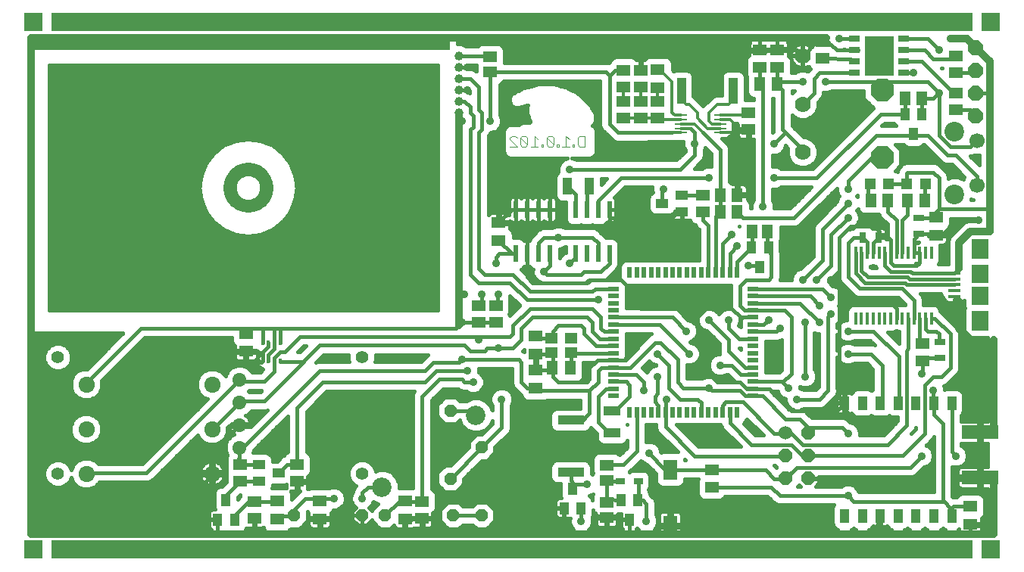
<source format=gbl>
G75*
G70*
%OFA0B0*%
%FSLAX24Y24*%
%IPPOS*%
%LPD*%
%AMOC8*
5,1,8,0,0,1.08239X$1,22.5*
%
%ADD10R,4.0551X0.0787*%
%ADD11C,0.0040*%
%ADD12R,0.0079X0.0039*%
%ADD13R,0.0039X0.0039*%
%ADD14R,0.0118X0.0039*%
%ADD15R,0.0236X0.0039*%
%ADD16R,0.0157X0.0039*%
%ADD17R,0.0512X0.0039*%
%ADD18R,0.0197X0.0039*%
%ADD19R,0.0315X0.0039*%
%ADD20R,0.0354X0.0039*%
%ADD21R,0.0276X0.0039*%
%ADD22R,0.0394X0.0039*%
%ADD23R,0.0472X0.0039*%
%ADD24R,0.0433X0.0039*%
%ADD25R,0.0551X0.0039*%
%ADD26R,0.0591X0.0039*%
%ADD27R,0.1417X0.0039*%
%ADD28R,0.1457X0.0039*%
%ADD29R,0.1496X0.0039*%
%ADD30R,0.0669X0.0039*%
%ADD31R,0.0709X0.0039*%
%ADD32R,0.0827X0.0039*%
%ADD33R,0.1732X0.0039*%
%ADD34R,0.1535X0.0039*%
%ADD35R,0.1260X0.0039*%
%ADD36R,0.0945X0.0039*%
%ADD37R,1.8500X0.0500*%
%ADD38R,0.1600X0.0600*%
%ADD39R,0.0512X0.0630*%
%ADD40R,0.0630X0.0512*%
%ADD41R,0.0470X0.0220*%
%ADD42R,0.0220X0.0470*%
%ADD43R,0.0591X0.0512*%
%ADD44R,0.0472X0.0315*%
%ADD45R,0.0315X0.0472*%
%ADD46R,0.0137X0.0550*%
%ADD47R,0.0551X0.0157*%
%ADD48R,0.0748X0.0787*%
%ADD49R,0.0748X0.0866*%
%ADD50R,0.0472X0.0472*%
%ADD51OC8,0.0660*%
%ADD52R,0.0512X0.0591*%
%ADD53R,0.0630X0.0906*%
%ADD54OC8,0.0520*%
%ADD55R,0.0394X0.0551*%
%ADD56R,0.0394X0.0315*%
%ADD57R,0.0551X0.0394*%
%ADD58R,0.0394X0.0591*%
%ADD59C,0.0860*%
%ADD60C,0.0630*%
%ADD61C,0.0540*%
%ADD62R,0.0138X0.0197*%
%ADD63R,0.0512X0.0276*%
%ADD64R,0.1250X0.1750*%
%ADD65C,0.0866*%
%ADD66C,0.0669*%
%ADD67OC8,0.1000*%
%ADD68R,0.0550X0.0110*%
%ADD69C,0.0397*%
%ADD70C,0.0600*%
%ADD71OC8,0.0600*%
%ADD72R,0.0220X0.0780*%
%ADD73R,0.0748X0.0433*%
%ADD74R,0.0551X0.0472*%
%ADD75R,0.0394X0.1181*%
%ADD76R,0.1181X0.0394*%
%ADD77R,0.0210X0.0780*%
%ADD78R,0.0433X0.0748*%
%ADD79C,0.0700*%
%ADD80C,0.0357*%
%ADD81C,0.0180*%
%ADD82C,0.0160*%
%ADD83C,0.0320*%
%ADD84C,0.0120*%
%ADD85R,0.0787X0.0787*%
%ADD86C,0.0560*%
D10*
X022037Y001319D03*
X022037Y024547D03*
D11*
X022027Y019530D02*
X022181Y019530D01*
X022258Y019453D01*
X022411Y019453D02*
X022718Y019147D01*
X022641Y019070D01*
X022488Y019070D01*
X022411Y019147D01*
X022411Y019453D01*
X022488Y019530D01*
X022641Y019530D01*
X022718Y019453D01*
X022718Y019147D01*
X022871Y019070D02*
X023178Y019070D01*
X023025Y019070D02*
X023025Y019530D01*
X023178Y019377D01*
X023332Y019147D02*
X023332Y019070D01*
X023409Y019070D01*
X023409Y019147D01*
X023332Y019147D01*
X023562Y019147D02*
X023639Y019070D01*
X023792Y019070D01*
X023869Y019147D01*
X023562Y019453D01*
X023562Y019147D01*
X023562Y019453D02*
X023639Y019530D01*
X023792Y019530D01*
X023869Y019453D01*
X023869Y019147D01*
X024022Y019147D02*
X024022Y019070D01*
X024099Y019070D01*
X024099Y019147D01*
X024022Y019147D01*
X024253Y019070D02*
X024560Y019070D01*
X024713Y019070D02*
X024790Y019070D01*
X024790Y019147D01*
X024713Y019147D01*
X024713Y019070D01*
X024943Y019147D02*
X024943Y019453D01*
X025020Y019530D01*
X025250Y019530D01*
X025250Y019070D01*
X025020Y019070D01*
X024943Y019147D01*
X024560Y019377D02*
X024406Y019530D01*
X024406Y019070D01*
X022258Y019070D02*
X021951Y019377D01*
X021951Y019453D01*
X022027Y019530D01*
X021951Y019070D02*
X022258Y019070D01*
D12*
X022608Y019783D03*
X022805Y019783D03*
X022805Y019665D03*
X023553Y019665D03*
X023553Y019783D03*
X024222Y019862D03*
X024222Y019665D03*
X024655Y019705D03*
X024655Y019744D03*
X024655Y019862D03*
X024892Y019665D03*
X024498Y020689D03*
X024498Y020728D03*
X024498Y020768D03*
X024459Y020807D03*
X024419Y020846D03*
X024380Y020886D03*
X024262Y020965D03*
X024183Y021004D03*
X023317Y021201D03*
X023277Y021161D03*
X023238Y021122D03*
X023199Y021083D03*
X023199Y021043D03*
X023159Y021004D03*
X023159Y020965D03*
X023120Y020925D03*
X023120Y020886D03*
X023081Y020807D03*
X023081Y020768D03*
X023081Y020728D03*
X023081Y020689D03*
X022372Y021161D03*
D13*
X022274Y021122D03*
X023100Y020846D03*
X024518Y019941D03*
X024439Y019862D03*
X024478Y019823D03*
X024478Y019783D03*
X024400Y019783D03*
X024400Y019823D03*
X024360Y019705D03*
X024360Y019665D03*
X024242Y019705D03*
X024242Y019744D03*
X024242Y019783D03*
X024242Y019823D03*
X024163Y019823D03*
X024124Y019783D03*
X024124Y019744D03*
X024163Y019705D03*
X023966Y019705D03*
X023966Y019744D03*
X023966Y019783D03*
X023927Y019823D03*
X023927Y019862D03*
X023888Y019783D03*
X023888Y019744D03*
X023888Y019705D03*
X023848Y019665D03*
X023809Y019705D03*
X023809Y019744D03*
X023809Y019783D03*
X023770Y019823D03*
X023770Y019862D03*
X023730Y019783D03*
X023730Y019744D03*
X023730Y019705D03*
X023730Y019665D03*
X023612Y019705D03*
X023612Y019744D03*
X023494Y019744D03*
X023494Y019705D03*
X023376Y019705D03*
X023376Y019744D03*
X023376Y019665D03*
X023258Y019665D03*
X023258Y019705D03*
X023258Y019744D03*
X023179Y019744D03*
X023179Y019705D03*
X023179Y019665D03*
X023179Y019783D03*
X023179Y019862D03*
X023022Y019862D03*
X023022Y019823D03*
X023022Y019744D03*
X023022Y019705D03*
X023022Y019665D03*
X022864Y019705D03*
X022864Y019744D03*
X022746Y019744D03*
X022746Y019705D03*
X022628Y019705D03*
X022628Y019744D03*
X022628Y019665D03*
X023966Y019665D03*
X024518Y019665D03*
X024518Y019705D03*
X024596Y019665D03*
X024675Y019665D03*
X024675Y019783D03*
X024675Y019823D03*
X024596Y019823D03*
X024596Y019783D03*
X024833Y019783D03*
X024833Y019744D03*
X024833Y019705D03*
X024951Y019705D03*
X024951Y019744D03*
X024951Y019783D03*
D14*
X024439Y019744D03*
X024203Y020098D03*
X023455Y020059D03*
X023337Y019783D03*
X023022Y019783D03*
X024124Y021043D03*
X024321Y020925D03*
D15*
X023789Y020886D03*
X023789Y020846D03*
X024222Y020177D03*
X023789Y019941D03*
X024892Y020098D03*
D16*
X024616Y019980D03*
X024144Y020059D03*
X023396Y020098D03*
X022569Y021240D03*
X022451Y021201D03*
D17*
X023376Y020413D03*
X023376Y020374D03*
X023809Y019980D03*
X024793Y020846D03*
X024833Y020807D03*
X024872Y020768D03*
X024911Y020728D03*
X024951Y020689D03*
X024990Y020650D03*
X025069Y020531D03*
X025108Y020453D03*
X024754Y020886D03*
X024715Y020925D03*
D18*
X024203Y020138D03*
X024045Y020020D03*
X023533Y020020D03*
X023376Y020138D03*
X024715Y020020D03*
X024793Y020059D03*
D19*
X024970Y020138D03*
X024222Y020216D03*
X023789Y020807D03*
X023789Y020965D03*
X023356Y020216D03*
D20*
X023376Y020256D03*
X023809Y020768D03*
X025029Y020177D03*
X025108Y020216D03*
D21*
X023809Y020925D03*
X023612Y021201D03*
X023455Y021240D03*
X022707Y021279D03*
X023376Y020177D03*
D22*
X023789Y020728D03*
X023789Y021004D03*
X023711Y021161D03*
X024222Y020295D03*
X024222Y020256D03*
X025167Y020256D03*
D23*
X025167Y020295D03*
X025167Y020335D03*
X025167Y020374D03*
X025128Y020413D03*
X025089Y020492D03*
X025049Y020571D03*
X025010Y020610D03*
X024222Y020374D03*
X024222Y020335D03*
X023356Y020335D03*
D24*
X023376Y020295D03*
X023809Y020689D03*
X023809Y021043D03*
X023770Y021122D03*
D25*
X023829Y021083D03*
X023553Y021476D03*
X024616Y021004D03*
X024655Y020965D03*
X024222Y020453D03*
X024222Y020413D03*
D26*
X024557Y021043D03*
X024518Y021083D03*
X024439Y021122D03*
X023376Y020453D03*
D27*
X023789Y020492D03*
D28*
X023809Y020531D03*
D29*
X023789Y020571D03*
X023789Y020610D03*
X023789Y020650D03*
D30*
X024281Y021201D03*
X024360Y021161D03*
D31*
X024183Y021240D03*
D32*
X024045Y021279D03*
D33*
X023514Y021319D03*
D34*
X023533Y021358D03*
D35*
X023553Y021398D03*
D36*
X023553Y021437D03*
D37*
X010081Y023566D03*
D38*
X042632Y006476D03*
X042632Y004476D03*
D39*
X024599Y009316D03*
X023812Y009316D03*
D40*
X023081Y009210D03*
X023081Y009922D03*
X023081Y010710D03*
X023081Y008422D03*
X017331Y003460D03*
X017331Y002672D03*
X013581Y002672D03*
X013581Y003460D03*
X011706Y003460D03*
X011706Y002672D03*
X010331Y010047D03*
X010331Y010835D03*
X021456Y014922D03*
X021456Y015710D03*
X028456Y021672D03*
X028456Y022460D03*
X033706Y022547D03*
X033706Y023335D03*
X040706Y015960D03*
X040706Y015172D03*
X042206Y003210D03*
X042206Y002422D03*
D41*
X032652Y008079D03*
X032652Y008394D03*
X032652Y008709D03*
X032652Y009024D03*
X032652Y009339D03*
X032652Y009653D03*
X032652Y009968D03*
X032652Y010283D03*
X032652Y010598D03*
X032652Y010913D03*
X032652Y011228D03*
X032652Y011543D03*
X032652Y011858D03*
X032652Y012173D03*
X032652Y012488D03*
X032652Y012803D03*
X026510Y012803D03*
X026510Y012488D03*
X026510Y012173D03*
X026510Y011858D03*
X026510Y011543D03*
X026510Y011228D03*
X026510Y010913D03*
X026510Y010598D03*
X026510Y010283D03*
X026510Y009968D03*
X026510Y009653D03*
X026510Y009339D03*
X026510Y009024D03*
X026510Y008709D03*
X026510Y008394D03*
X026510Y008079D03*
D42*
X027218Y007370D03*
X027533Y007370D03*
X027848Y007370D03*
X028163Y007370D03*
X028478Y007370D03*
X028793Y007370D03*
X029108Y007370D03*
X029423Y007370D03*
X029738Y007370D03*
X030053Y007370D03*
X030368Y007370D03*
X030683Y007370D03*
X030998Y007370D03*
X031313Y007370D03*
X031628Y007370D03*
X031943Y007370D03*
X031943Y013512D03*
X031628Y013512D03*
X031313Y013512D03*
X030998Y013512D03*
X030683Y013512D03*
X030368Y013512D03*
X030053Y013512D03*
X029738Y013512D03*
X029423Y013512D03*
X029108Y013512D03*
X028793Y013512D03*
X028478Y013512D03*
X028163Y013512D03*
X027848Y013512D03*
X027533Y013512D03*
X027218Y013512D03*
D43*
X030456Y016192D03*
X030456Y016940D03*
X032456Y019817D03*
X032456Y020565D03*
X032956Y022567D03*
X032956Y023315D03*
X035706Y022942D03*
X035706Y023690D03*
X041581Y023065D03*
X041581Y022317D03*
X041581Y021440D03*
X041581Y020692D03*
X028456Y021065D03*
X027706Y021065D03*
X026956Y021065D03*
X026956Y021692D03*
X027706Y021692D03*
X027706Y022440D03*
X026956Y022440D03*
X026956Y020317D03*
X027706Y020317D03*
X028456Y020317D03*
X021081Y022356D03*
X021081Y023026D03*
X021331Y012065D03*
X020581Y012065D03*
X020581Y011317D03*
X021331Y011317D03*
X012581Y005065D03*
X012581Y004317D03*
X010706Y003440D03*
X010706Y002692D03*
X010081Y004317D03*
X010081Y005065D03*
X018081Y003440D03*
X018081Y002692D03*
X026206Y002731D03*
X026206Y003401D03*
X026206Y004356D03*
X026206Y005026D03*
X030831Y004815D03*
X030831Y004067D03*
X040116Y009641D03*
X040116Y010389D03*
D44*
X040882Y010456D03*
X040882Y009747D03*
X039956Y015212D03*
X039956Y015920D03*
D45*
X038185Y015066D03*
X037476Y015066D03*
D46*
X037423Y014380D03*
X037167Y014380D03*
X037679Y014380D03*
X037935Y014380D03*
X038191Y014380D03*
X038447Y014380D03*
X038703Y014380D03*
X038959Y014380D03*
X039215Y014380D03*
X039470Y014380D03*
X039726Y014380D03*
X039982Y014380D03*
X040238Y014380D03*
X040494Y014380D03*
X040494Y011502D03*
X040238Y011502D03*
X039982Y011502D03*
X039726Y011502D03*
X039470Y011502D03*
X039215Y011502D03*
X038959Y011502D03*
X038703Y011502D03*
X038447Y011502D03*
X038191Y011502D03*
X037935Y011502D03*
X037679Y011502D03*
X037423Y011502D03*
X037167Y011502D03*
D47*
X041510Y012465D03*
X041510Y012720D03*
X041510Y012976D03*
X041510Y013232D03*
X041510Y013488D03*
D48*
X042632Y013468D03*
X042632Y012484D03*
D49*
X042632Y011402D03*
X042632Y014551D03*
D50*
X040244Y017441D03*
X039417Y017441D03*
X038619Y017441D03*
X037792Y017441D03*
D51*
X042456Y020441D03*
X042456Y021441D03*
X042456Y022441D03*
X042456Y023441D03*
D52*
X040080Y021191D03*
X039332Y021191D03*
X033705Y021816D03*
X032957Y021816D03*
X031955Y016941D03*
X031207Y016941D03*
X031207Y016191D03*
X031955Y016191D03*
X032621Y015316D03*
X033290Y015316D03*
X037832Y016691D03*
X038580Y016691D03*
X039457Y016691D03*
X040205Y016691D03*
D53*
X029007Y004841D03*
X029007Y002361D03*
D54*
X020706Y002816D03*
X019456Y002816D03*
X019331Y004441D03*
X020706Y005816D03*
X019331Y007441D03*
X016456Y002816D03*
X015456Y002816D03*
X012456Y002816D03*
D55*
X009830Y002633D03*
X009082Y002633D03*
X009456Y003499D03*
X024332Y003133D03*
X025080Y003133D03*
X024706Y003999D03*
X026832Y003499D03*
X027580Y003499D03*
X027206Y002633D03*
X032956Y013758D03*
X033330Y014624D03*
X032582Y014624D03*
X039706Y019633D03*
X040080Y020499D03*
X039332Y020499D03*
D56*
X027599Y004316D03*
X026812Y004316D03*
D57*
X011764Y004691D03*
X010898Y005065D03*
X010898Y004317D03*
X029514Y016192D03*
X028648Y016566D03*
X029514Y016940D03*
D58*
X036672Y007765D03*
X037460Y007765D03*
X038247Y007765D03*
X039034Y007765D03*
X039822Y007765D03*
X040609Y007765D03*
X041397Y007765D03*
X041397Y002804D03*
X040609Y002804D03*
X039822Y002804D03*
X039034Y002804D03*
X038247Y002804D03*
X037460Y002804D03*
X036672Y002804D03*
D59*
X020452Y007227D03*
X016318Y004074D03*
D60*
X008803Y004629D02*
X008803Y004699D01*
X008873Y004699D01*
X008873Y004629D01*
X008803Y004629D01*
X008804Y006597D02*
X008804Y006667D01*
X008874Y006667D01*
X008874Y006597D01*
X008804Y006597D01*
X008804Y008565D02*
X008804Y008635D01*
X008874Y008635D01*
X008874Y008565D01*
X008804Y008565D01*
X003261Y008567D02*
X003261Y008637D01*
X003331Y008637D01*
X003331Y008567D01*
X003261Y008567D01*
X003259Y006664D02*
X003259Y006594D01*
X003259Y006664D02*
X003329Y006664D01*
X003329Y006594D01*
X003259Y006594D01*
X003264Y004698D02*
X003264Y004628D01*
X003264Y004698D02*
X003334Y004698D01*
X003334Y004628D01*
X003264Y004628D01*
D61*
X010023Y005773D02*
X010083Y005773D01*
X010023Y005773D02*
X010023Y005833D01*
X010083Y005833D01*
X010083Y005773D01*
X010083Y006773D02*
X010023Y006773D01*
X010023Y006833D01*
X010083Y006833D01*
X010083Y006773D01*
X010083Y007773D02*
X010023Y007773D01*
X010023Y007833D01*
X010083Y007833D01*
X010083Y007773D01*
X010083Y008773D02*
X010023Y008773D01*
X010023Y008833D01*
X010083Y008833D01*
X010083Y008773D01*
D62*
X011068Y009615D03*
X011324Y009615D03*
X011580Y009615D03*
X011836Y009615D03*
X011836Y010422D03*
X011580Y010422D03*
X011324Y010422D03*
X011068Y010422D03*
D63*
X037123Y022316D03*
X037123Y022816D03*
X037123Y023316D03*
X037123Y023816D03*
X039288Y023816D03*
X039288Y023316D03*
X039288Y022816D03*
X039288Y022316D03*
D64*
X038206Y023066D03*
D65*
X041523Y019729D03*
X041523Y016973D03*
D66*
X042507Y017367D03*
X042507Y019336D03*
D67*
X038331Y018586D03*
X038331Y021546D03*
D68*
X031191Y020456D03*
X031191Y020266D03*
X031191Y020066D03*
X031191Y019866D03*
X031191Y019676D03*
X029471Y019676D03*
X029471Y019866D03*
X029471Y020066D03*
X029471Y020266D03*
X029471Y020456D03*
D69*
X019706Y020566D03*
X019706Y021066D03*
X019706Y021566D03*
X019706Y022066D03*
X019706Y022566D03*
X019706Y023066D03*
D70*
X034064Y006450D03*
D71*
X035064Y006450D03*
X035064Y005450D03*
X034064Y005450D03*
X034064Y004450D03*
X035064Y004450D03*
D72*
X023706Y014346D03*
X023206Y014346D03*
X022706Y014346D03*
X022206Y014346D03*
X022206Y016286D03*
X022706Y016286D03*
X023206Y016286D03*
X023706Y016286D03*
D73*
X026456Y007413D03*
X026456Y006468D03*
D74*
X024639Y010001D03*
X023773Y010001D03*
X023773Y010631D03*
X024639Y010631D03*
D75*
X029494Y021522D03*
X031777Y021522D03*
D76*
X024625Y007013D03*
X024625Y004729D03*
D77*
X024831Y014346D03*
X025331Y014346D03*
X025831Y014346D03*
X026331Y014346D03*
X026331Y016286D03*
X025831Y016286D03*
X025331Y016286D03*
X024831Y016286D03*
D78*
X024483Y017316D03*
X025428Y017316D03*
D79*
X034831Y018816D03*
X034831Y020941D03*
X034831Y023066D03*
D80*
X034831Y021941D03*
X035831Y021941D03*
X036456Y023816D03*
X039706Y022316D03*
X040831Y021441D03*
X040831Y023316D03*
X041331Y023816D03*
X033581Y019191D03*
X031831Y019676D03*
X031831Y019691D03*
X030081Y019191D03*
X030706Y017691D03*
X028706Y017191D03*
X031706Y015191D03*
X031956Y014691D03*
X032456Y013816D03*
X034831Y013191D03*
X035456Y013191D03*
X036081Y013191D03*
X036081Y012441D03*
X035581Y012066D03*
X036081Y011691D03*
X035581Y011316D03*
X034956Y011316D03*
X033831Y011066D03*
X033331Y011441D03*
X031581Y011441D03*
X030706Y011441D03*
X029706Y010941D03*
X030581Y010441D03*
X029831Y009941D03*
X028456Y009941D03*
X027581Y010441D03*
X028456Y008941D03*
X027831Y008316D03*
X028831Y007941D03*
X030706Y008441D03*
X031206Y009441D03*
X034206Y008441D03*
X034581Y007941D03*
X034956Y008941D03*
X036831Y009941D03*
X037206Y010441D03*
X036831Y010941D03*
X040081Y009066D03*
X040581Y008316D03*
X042581Y010441D03*
X038206Y006441D03*
X036831Y006441D03*
X038206Y004441D03*
X036831Y003691D03*
X038206Y002357D03*
X040081Y005441D03*
X041581Y005441D03*
X028081Y005566D03*
X025331Y004191D03*
X023831Y002941D03*
X025081Y002566D03*
X027956Y002566D03*
X021581Y007941D03*
X020331Y008691D03*
X020081Y009191D03*
X019831Y009691D03*
X021456Y010191D03*
X020581Y010566D03*
X019831Y011316D03*
X019956Y012566D03*
X020706Y012566D03*
X021456Y012565D03*
X023456Y013566D03*
X024581Y013941D03*
X024081Y015066D03*
X021331Y013941D03*
X025831Y012316D03*
X033081Y016441D03*
X033581Y017691D03*
X036831Y017191D03*
X036831Y016566D03*
X036831Y015941D03*
X042581Y015816D03*
X031831Y023441D03*
X024581Y018066D03*
X021081Y020191D03*
X019831Y020191D03*
X020081Y021566D03*
X020081Y022566D03*
X020081Y023566D03*
X015456Y003566D03*
X014206Y003566D03*
D81*
X013687Y003566D01*
X013581Y003460D01*
X013474Y003566D01*
X012956Y003566D01*
X012456Y003066D01*
X012456Y002816D01*
X012420Y002780D01*
X011830Y002780D01*
X011706Y002672D01*
X011686Y003440D02*
X010706Y003440D01*
X010705Y003441D01*
X010456Y003441D01*
X009830Y002815D01*
X009830Y002633D01*
X009082Y002633D02*
X009082Y002028D01*
X009133Y001977D01*
X009382Y001976D01*
X008456Y001976D02*
X008456Y004191D01*
X008886Y004621D01*
X008886Y004684D01*
X008838Y004664D01*
X008882Y004680D01*
X008886Y004684D02*
X008912Y004684D01*
X008912Y004710D02*
X008912Y005662D01*
X010053Y006803D01*
X010053Y007803D02*
X008882Y006632D01*
X008839Y006632D01*
X010053Y005803D02*
X010132Y005882D01*
X010272Y005882D01*
X013581Y009191D01*
X018206Y009191D01*
X018581Y009566D01*
X019706Y009566D01*
X019831Y009691D01*
X022331Y009691D01*
X022456Y009566D01*
X022456Y008691D01*
X022724Y008422D01*
X023081Y008422D01*
X023187Y008316D01*
X025456Y008316D01*
X025456Y007316D01*
X025081Y006941D01*
X024697Y006941D01*
X024625Y007013D01*
X025831Y006941D02*
X026206Y006566D01*
X026358Y006566D01*
X026456Y006468D01*
X025831Y006941D02*
X025831Y008066D01*
X026158Y008394D01*
X026510Y008394D01*
X026510Y008709D02*
X027063Y008709D01*
X027206Y008566D01*
X027206Y008066D01*
X026581Y007441D01*
X026483Y007441D01*
X026456Y007413D01*
X027533Y007370D02*
X027533Y005644D01*
X026956Y005066D01*
X026246Y005066D01*
X026206Y005026D01*
X026172Y005101D01*
X026132Y005101D02*
X026206Y005026D01*
X026132Y004976D01*
X026257Y005101D01*
X026206Y004356D02*
X026246Y004316D01*
X026812Y004316D01*
X026206Y004356D02*
X026206Y003401D01*
X026230Y003534D01*
X026832Y003499D01*
X027580Y003499D02*
X027599Y003519D01*
X027599Y004316D01*
X028757Y004851D02*
X029007Y004851D01*
X029007Y004841D01*
X030804Y004841D01*
X030831Y004815D01*
X033207Y004815D01*
X033581Y004441D01*
X034055Y004441D01*
X034064Y004450D01*
X034090Y004450D01*
X034581Y004941D01*
X039581Y004941D01*
X040081Y005441D01*
X039229Y005450D02*
X040220Y006441D01*
X039423Y006806D02*
X038581Y005941D01*
X034831Y005941D01*
X034331Y006441D01*
X034073Y006441D01*
X034064Y006450D01*
X034073Y006441D02*
X033581Y006441D01*
X032206Y007816D01*
X031456Y007816D01*
X031313Y007673D01*
X031313Y007370D01*
X031628Y007370D02*
X031628Y006894D01*
X032581Y005941D01*
X034331Y005941D01*
X034831Y005441D01*
X035055Y005441D01*
X035064Y005450D01*
X039229Y005450D01*
X038206Y006441D02*
X037706Y006441D01*
X036527Y007620D01*
X036672Y007765D02*
X036456Y007981D01*
X036456Y010441D01*
X037206Y010441D01*
X036456Y010441D02*
X036456Y012316D01*
X036456Y013191D01*
X036456Y015066D01*
X036081Y015191D02*
X036831Y015941D01*
X036831Y016566D02*
X035706Y015441D01*
X035706Y014066D01*
X034831Y013191D01*
X035456Y013191D02*
X036081Y013816D01*
X036081Y015191D01*
X034456Y015941D02*
X032206Y015941D01*
X031956Y016191D01*
X031955Y016191D01*
X031207Y016191D02*
X031207Y016941D01*
X031207Y018940D01*
X030456Y019691D01*
X030081Y019691D02*
X030081Y019191D01*
X030081Y018691D01*
X029456Y018066D01*
X024581Y018066D01*
X024483Y017316D02*
X024831Y016968D01*
X024831Y016286D01*
X025331Y016286D02*
X025331Y017218D01*
X025428Y017316D01*
X025831Y016691D02*
X026831Y017691D01*
X030706Y017691D01*
X030456Y016940D02*
X029514Y016940D01*
X028706Y017191D02*
X028648Y017133D01*
X028648Y016566D01*
X029081Y015941D02*
X026331Y015941D01*
X026331Y015816D01*
X026081Y015566D01*
X022706Y015566D01*
X022706Y014346D01*
X022706Y013316D01*
X022956Y013066D01*
X025331Y013066D01*
X025456Y013191D01*
X026831Y013191D01*
X027581Y012441D01*
X027581Y012066D01*
X027706Y011941D01*
X029706Y011941D01*
X030206Y011441D01*
X030206Y010816D01*
X030581Y010441D01*
X030581Y009191D01*
X031081Y008691D01*
X032081Y008691D01*
X032378Y008394D01*
X032652Y008394D01*
X033378Y008394D01*
X034331Y007441D01*
X036348Y007441D01*
X035581Y007941D02*
X035956Y008316D01*
X035581Y007941D02*
X034581Y007941D01*
X034206Y008441D02*
X033956Y008691D01*
X034331Y009066D01*
X034331Y011566D01*
X034038Y011858D01*
X032652Y011858D01*
X032288Y011858D01*
X032081Y012066D01*
X032081Y012941D01*
X032331Y013191D01*
X033331Y013191D01*
X033456Y013316D01*
X033456Y014316D01*
X033330Y014442D01*
X033330Y014624D01*
X033290Y014788D01*
X033290Y015316D01*
X032621Y015316D02*
X032621Y014788D01*
X032582Y014624D01*
X031943Y013985D01*
X031943Y013512D01*
X031628Y013512D02*
X031628Y014363D01*
X031956Y014691D01*
X031706Y015191D02*
X031313Y014798D01*
X031313Y013512D01*
X030998Y013512D02*
X030998Y015982D01*
X031207Y016191D01*
X030456Y016192D02*
X030456Y015816D01*
X030683Y015589D01*
X030683Y013512D01*
X032456Y013816D02*
X032898Y013816D01*
X032956Y013758D01*
X031706Y011941D02*
X030581Y011941D01*
X030206Y011566D01*
X030206Y011441D01*
X030706Y011441D02*
X031581Y010566D01*
X031581Y010066D01*
X032308Y009339D01*
X032652Y009339D01*
X032652Y009024D02*
X032123Y009024D01*
X031706Y009441D01*
X031206Y009441D01*
X029831Y009941D02*
X028543Y011228D01*
X026510Y011228D01*
X026510Y010913D02*
X026108Y010913D01*
X025956Y011066D01*
X025956Y011566D01*
X025581Y011941D01*
X022831Y011941D01*
X022081Y011191D01*
X022081Y010816D01*
X021956Y010691D01*
X020456Y010691D01*
X020581Y010566D01*
X020456Y010691D02*
X012706Y010691D01*
X012033Y010018D01*
X011833Y010018D01*
X011580Y009765D01*
X011580Y009615D01*
X011580Y009174D01*
X011132Y008726D01*
X010130Y008726D01*
X010053Y008803D01*
X010053Y008788D01*
X005956Y004691D01*
X003327Y004691D01*
X003299Y004663D01*
X000953Y003922D02*
X000882Y003851D01*
X000882Y007851D02*
X003991Y007851D01*
X005706Y009566D01*
X010331Y009566D01*
X010331Y010047D01*
X010331Y009566D02*
X011019Y009566D01*
X011068Y009615D01*
X011071Y009618D01*
X011071Y010018D01*
X011324Y010271D01*
X011324Y010422D01*
X011579Y010421D02*
X011579Y011064D01*
X011581Y011066D01*
X011831Y011066D01*
X019581Y011066D01*
X019706Y011191D01*
X019831Y011316D01*
X019832Y011317D01*
X020581Y011317D01*
X020581Y011316D01*
X020582Y011317D01*
X021331Y011317D01*
X020582Y011317D02*
X020581Y011317D01*
X020581Y012065D02*
X020705Y012065D01*
X020706Y012066D01*
X020706Y012566D01*
X021456Y012565D02*
X021330Y012065D01*
X021331Y012065D01*
X021331Y012066D01*
X021956Y013066D02*
X022706Y012316D01*
X025831Y012316D01*
X025568Y012678D02*
X025693Y012803D01*
X026510Y012803D01*
X025568Y012678D02*
X022843Y012678D01*
X022081Y013441D01*
X020831Y013441D01*
X020581Y013691D01*
X020581Y019691D01*
X020706Y019816D01*
X020706Y020566D01*
X020581Y020691D01*
X020581Y021691D01*
X020206Y022066D01*
X019706Y022066D01*
X019706Y022566D02*
X020081Y022566D01*
X019706Y023066D02*
X021040Y023066D01*
X021081Y023026D01*
X020081Y023566D02*
X020081Y023851D01*
X021081Y022356D02*
X021081Y020191D01*
X020331Y020441D02*
X020331Y019941D01*
X020206Y019816D01*
X020206Y013441D01*
X020581Y013066D01*
X021956Y013066D01*
X021331Y013941D02*
X021331Y014191D01*
X021486Y014346D01*
X022032Y014346D01*
X021456Y014922D01*
X022032Y014346D02*
X022206Y014346D01*
X023206Y014346D02*
X023206Y014816D01*
X023456Y015066D01*
X024081Y015066D01*
X025581Y015066D01*
X025831Y014816D01*
X025831Y014346D01*
X026331Y014346D02*
X026331Y013941D01*
X025956Y013566D01*
X025206Y013566D01*
X025081Y013441D01*
X023581Y013441D01*
X023456Y013566D01*
X023706Y013816D01*
X023706Y014346D01*
X024581Y013941D02*
X024831Y014191D01*
X024831Y014346D01*
X022706Y015566D02*
X022706Y016286D01*
X023206Y016286D01*
X023706Y016286D01*
X022706Y016286D02*
X022206Y016286D01*
X022032Y016286D01*
X021456Y015710D01*
X025831Y016286D02*
X025831Y016691D01*
X026331Y016286D02*
X026331Y015941D01*
X029081Y015941D02*
X029332Y016192D01*
X029514Y016192D01*
X031955Y016941D02*
X031955Y019552D01*
X031831Y019676D01*
X033581Y019191D02*
X034081Y019691D01*
X033956Y019816D01*
X033956Y021565D01*
X033705Y021816D01*
X033706Y021816D01*
X033706Y022547D01*
X032956Y022567D02*
X032956Y022442D01*
X032957Y021816D01*
X032957Y021690D01*
X033081Y021566D01*
X033081Y016441D01*
X034456Y015941D02*
X038081Y019566D01*
X039639Y019566D01*
X039706Y019633D01*
X039773Y019566D01*
X040331Y019566D01*
X041206Y018691D01*
X041581Y018691D01*
X042507Y017765D01*
X042507Y017367D01*
X040831Y017691D02*
X040831Y016316D01*
X043081Y016316D01*
X042581Y015816D02*
X041581Y015816D01*
X040937Y015172D01*
X040666Y015920D02*
X039956Y015920D01*
X040666Y015920D02*
X040706Y015960D01*
X040706Y016191D01*
X040831Y016316D01*
X040205Y016691D02*
X040170Y016766D01*
X040244Y017441D01*
X040581Y017941D02*
X040831Y017691D01*
X040581Y017941D02*
X039456Y017941D01*
X039417Y017902D01*
X039417Y017441D01*
X038619Y017441D01*
X037792Y017441D02*
X037718Y017226D01*
X037718Y016766D01*
X037832Y016691D01*
X038507Y016726D02*
X038632Y016601D01*
X038580Y016691D02*
X038507Y016726D01*
X039382Y016726D02*
X039457Y016691D01*
X037831Y018566D02*
X036831Y017566D01*
X036831Y017191D01*
X035456Y017691D02*
X038264Y020499D01*
X039332Y020499D01*
X039332Y021191D01*
X040080Y021191D02*
X040581Y021191D01*
X040831Y021441D01*
X040831Y019566D01*
X041331Y019066D01*
X042206Y019066D01*
X042475Y019336D01*
X042507Y019336D01*
X042456Y020441D02*
X042205Y020692D01*
X041581Y020692D01*
X041581Y021440D02*
X041455Y021566D01*
X041331Y021566D01*
X040081Y022816D01*
X039288Y022816D01*
X039288Y023316D02*
X040206Y023316D01*
X040581Y022941D01*
X041457Y022941D01*
X041581Y023065D01*
X041506Y022976D01*
X041506Y023016D01*
X040831Y023316D02*
X040331Y023816D01*
X039288Y023816D01*
X037123Y023816D02*
X036456Y023816D01*
X036081Y023566D02*
X035831Y023566D01*
X035706Y023691D01*
X035706Y023690D02*
X035457Y023690D01*
X035456Y023691D01*
X034831Y023066D01*
X034581Y023316D01*
X033724Y023316D01*
X033706Y023335D01*
X033706Y023816D01*
X033741Y023851D01*
X035882Y023851D01*
X036081Y023566D02*
X036331Y023316D01*
X037123Y023316D01*
X036957Y022941D02*
X035706Y022942D01*
X035581Y022316D02*
X037123Y022316D01*
X037123Y022816D02*
X036957Y022941D01*
X035581Y022316D02*
X035331Y022066D01*
X035331Y021441D01*
X034831Y020941D01*
X034831Y020691D01*
X034081Y019691D02*
X034831Y018941D01*
X034831Y018816D01*
X035456Y017691D02*
X033581Y017691D01*
X037831Y018566D02*
X038331Y018566D01*
X038331Y018586D01*
X040080Y020499D02*
X040080Y021191D01*
X040331Y021941D02*
X040831Y021441D01*
X040331Y021941D02*
X038331Y021941D01*
X038295Y021905D01*
X038331Y021870D01*
X038331Y021546D01*
X038331Y021941D02*
X035831Y021941D01*
X034831Y021941D02*
X034812Y021922D01*
X033811Y021922D01*
X033705Y021816D01*
X033706Y021815D01*
X033706Y023316D02*
X033724Y023335D01*
X033706Y023335D01*
X032956Y023315D02*
X032956Y023851D01*
X031831Y023851D02*
X031831Y023441D01*
X030258Y023852D02*
X030132Y023851D01*
X029429Y023804D02*
X029382Y023851D01*
X027787Y023821D02*
X027706Y023740D01*
X027706Y022440D01*
X026956Y022440D02*
X026955Y022441D01*
X026581Y022441D01*
X026331Y022191D01*
X026165Y022356D01*
X021081Y022356D01*
X020081Y021566D02*
X019706Y021566D01*
X019706Y021066D02*
X019956Y021066D01*
X020206Y020816D01*
X020206Y020566D01*
X020331Y020441D01*
X019831Y020191D02*
X019706Y020441D01*
X023757Y023851D02*
X023776Y023833D01*
X024507Y023851D02*
X024622Y023736D01*
X026331Y022191D02*
X026331Y020066D01*
X026721Y019676D01*
X029081Y019691D01*
X027787Y023821D02*
X027757Y023851D01*
X039288Y022316D02*
X039706Y022316D01*
X041581Y022317D02*
X042332Y022317D01*
X042456Y022441D01*
X042456Y021441D02*
X043081Y021441D01*
X041581Y021440D02*
X041580Y021441D01*
X031706Y011941D02*
X032103Y011543D01*
X032652Y011543D01*
X032652Y011228D02*
X033118Y011228D01*
X033331Y011441D01*
X033831Y011066D02*
X033678Y010913D01*
X032652Y010913D01*
X032652Y010598D02*
X032048Y010598D01*
X031581Y011066D01*
X031581Y011441D01*
X029706Y010941D02*
X029103Y011543D01*
X026510Y011543D01*
X025581Y011316D02*
X025581Y010941D01*
X025923Y010598D01*
X026510Y010598D01*
X026510Y010283D02*
X025738Y010283D01*
X025206Y010816D01*
X025206Y011066D01*
X025081Y011191D01*
X024081Y011191D01*
X023831Y010941D01*
X023831Y010691D01*
X023773Y010633D01*
X023773Y010631D01*
X023159Y010631D01*
X023081Y010710D01*
X022456Y010566D02*
X022081Y010191D01*
X021456Y010191D01*
X020956Y010191D01*
X020831Y010066D01*
X020206Y010066D01*
X019956Y010316D01*
X013581Y010316D01*
X012882Y009617D01*
X012882Y009601D01*
X012866Y009601D01*
X012831Y009566D01*
X012866Y009601D02*
X011849Y009601D01*
X011836Y009615D01*
X011324Y009615D02*
X011324Y009890D01*
X011579Y010145D01*
X011579Y010421D01*
X011580Y010422D01*
X011836Y010422D02*
X011836Y011061D01*
X011831Y011066D01*
X011581Y011066D02*
X011081Y011066D01*
X011068Y011053D01*
X011068Y010422D01*
X011081Y011066D02*
X010331Y011066D01*
X010331Y010835D01*
X010331Y011066D02*
X005706Y011066D01*
X003339Y008699D01*
X003275Y008699D01*
X003296Y008602D01*
X010053Y007803D02*
X010101Y007851D01*
X011132Y007851D01*
X012882Y009601D01*
X013706Y008691D02*
X018206Y008691D01*
X018706Y009191D01*
X020081Y009191D01*
X019831Y008816D02*
X019956Y008691D01*
X020331Y008691D01*
X019831Y008816D02*
X018831Y008816D01*
X018081Y008066D01*
X018081Y003440D01*
X017350Y003440D01*
X017331Y003460D01*
X017099Y003460D01*
X016456Y002816D01*
X017331Y002672D02*
X017331Y001976D01*
X018081Y001976D02*
X018081Y002692D01*
X018081Y003440D02*
X018112Y003495D01*
X017363Y003476D02*
X017331Y003460D01*
X016318Y004074D02*
X016310Y004066D01*
X015706Y004066D01*
X015456Y003816D01*
X015456Y003566D01*
X014831Y003941D02*
X014831Y001941D01*
X014920Y001941D01*
X014956Y001976D01*
X015456Y002101D02*
X015581Y001976D01*
X015456Y002101D02*
X015456Y002816D01*
X014831Y003941D02*
X014455Y004317D01*
X012581Y004317D01*
X012138Y005065D02*
X011764Y004691D01*
X012138Y005065D02*
X012581Y005065D01*
X012581Y007566D01*
X013706Y008691D01*
X010053Y005803D02*
X010053Y005351D01*
X010019Y005317D01*
X010053Y005351D02*
X010053Y005179D01*
X010081Y005065D01*
X010898Y005065D01*
X010898Y004317D02*
X010081Y004317D01*
X009456Y003692D01*
X009456Y003499D01*
X010706Y002692D02*
X010706Y001976D01*
X011686Y003440D02*
X011706Y003460D01*
X013581Y002672D02*
X013581Y001976D01*
X008891Y004663D02*
X008838Y004664D01*
X008912Y004710D01*
X019331Y004441D02*
X020706Y005816D01*
X021581Y006691D01*
X021581Y007941D01*
X020452Y007227D02*
X020238Y007441D01*
X019331Y007441D01*
X023081Y009210D02*
X023812Y009210D01*
X023831Y009191D01*
X023831Y008941D01*
X024081Y008691D01*
X025331Y008691D01*
X025456Y008816D01*
X025456Y009316D01*
X025793Y009653D01*
X026510Y009653D01*
X027043Y009653D01*
X027581Y010191D01*
X027581Y010441D01*
X028331Y010441D02*
X028581Y010441D01*
X029331Y009691D01*
X029331Y008691D01*
X029581Y008441D01*
X030706Y008441D01*
X030831Y008316D01*
X032081Y008316D01*
X032295Y008101D01*
X032690Y008101D01*
X032652Y008079D01*
X033068Y008079D01*
X034081Y007066D01*
X034706Y007066D01*
X035064Y006708D01*
X036564Y006708D01*
X036831Y006441D01*
X035064Y006450D02*
X035064Y006708D01*
X034072Y005450D02*
X034081Y005441D01*
X030081Y005441D01*
X028793Y006728D01*
X028793Y007370D01*
X028793Y007903D01*
X028831Y007941D01*
X028478Y007668D02*
X028331Y007816D01*
X028331Y008066D01*
X028456Y008191D01*
X028456Y008941D01*
X027831Y008691D02*
X027831Y008316D01*
X027831Y008691D02*
X027498Y009024D01*
X026510Y009024D01*
X025978Y009339D02*
X025831Y009191D01*
X025831Y008691D01*
X025456Y008316D01*
X025978Y009339D02*
X026510Y009339D01*
X027228Y009339D01*
X028331Y010441D01*
X028456Y009941D02*
X028956Y009441D01*
X028956Y008441D01*
X029456Y007941D01*
X030206Y007941D01*
X030368Y007778D01*
X030368Y007370D01*
X028478Y007370D02*
X028478Y007668D01*
X028081Y005566D02*
X028757Y004851D01*
X028997Y004851D02*
X029007Y004841D01*
X030831Y004067D02*
X033455Y004067D01*
X033831Y003691D01*
X036831Y003691D01*
X037081Y003441D01*
X040971Y003441D01*
X041007Y003476D01*
X041007Y006851D01*
X040609Y007249D01*
X040609Y007765D01*
X041397Y007765D02*
X041397Y005625D01*
X038197Y004450D02*
X035064Y004450D01*
X034072Y005450D02*
X034064Y005450D01*
X038331Y007848D02*
X038331Y009441D01*
X037831Y009941D01*
X036831Y009941D01*
X036831Y010941D02*
X037956Y010941D01*
X039081Y009816D01*
X039081Y007811D01*
X033956Y008691D02*
X033938Y008709D01*
X032652Y008709D01*
X026510Y009968D02*
X024671Y009968D01*
X024639Y010001D01*
X024639Y009355D01*
X024599Y009316D01*
X023831Y009316D02*
X023831Y009941D01*
X023773Y010001D02*
X023694Y009922D01*
X023081Y009922D01*
X023081Y009210D01*
X023812Y009316D02*
X023831Y009316D01*
X022456Y010566D02*
X022456Y011066D01*
X022956Y011566D01*
X025331Y011566D01*
X025581Y011316D01*
X019956Y012566D02*
X019706Y012566D01*
X024625Y004729D02*
X024625Y004694D01*
X024628Y004691D01*
X024628Y004351D01*
X024788Y004191D01*
X024788Y004082D01*
X024706Y003999D01*
X024788Y004191D02*
X025331Y004191D01*
X025080Y003133D02*
X025080Y002567D01*
X025081Y002566D01*
X024456Y001976D02*
X024332Y002100D01*
X024332Y003133D01*
X023831Y002941D02*
X023831Y001976D01*
X023831Y001941D01*
X024382Y001976D02*
X024383Y001977D01*
X026206Y001976D02*
X026206Y002731D01*
X027206Y002633D02*
X027206Y001976D01*
X027956Y002566D02*
X027956Y003316D01*
X027795Y003476D01*
X027632Y003476D01*
X027631Y003477D01*
X027580Y003499D01*
X027651Y003554D01*
X029007Y002361D02*
X029007Y001976D01*
X020706Y002816D02*
X019456Y002816D01*
X020331Y001976D02*
X020382Y001925D01*
X038247Y001986D02*
X038257Y001976D01*
X041007Y003476D02*
X041382Y003101D01*
X041382Y002819D01*
X041474Y003210D02*
X042206Y003210D01*
D82*
X041474Y003210D02*
X041366Y003101D01*
X041331Y003066D01*
X041456Y002941D01*
X041382Y002819D02*
X041397Y002804D01*
X041382Y003101D02*
X041366Y003101D01*
X041443Y003620D02*
X041417Y003646D01*
X041417Y004969D01*
X041481Y004942D01*
X041680Y004942D01*
X041863Y005018D01*
X042003Y005159D01*
X042079Y005342D01*
X042079Y005540D01*
X042003Y005723D01*
X041863Y005863D01*
X041807Y005887D01*
X041807Y005997D01*
X041808Y005996D01*
X042562Y005996D01*
X042562Y006406D01*
X042702Y006406D01*
X042702Y005996D01*
X042983Y005996D01*
X042983Y004956D01*
X042702Y004956D01*
X042702Y004546D01*
X042562Y004546D01*
X042562Y004406D01*
X042702Y004406D01*
X042702Y003996D01*
X042983Y003996D01*
X042983Y002200D01*
X042701Y002200D01*
X042701Y002374D01*
X042254Y002374D01*
X042254Y002470D01*
X042701Y002470D01*
X042701Y002682D01*
X042702Y002682D01*
X042792Y002772D01*
X042841Y002890D01*
X042841Y003529D01*
X042792Y003647D01*
X042702Y003737D01*
X042584Y003785D01*
X041827Y003785D01*
X041709Y003737D01*
X041619Y003647D01*
X041608Y003620D01*
X041443Y003620D01*
X041417Y003702D02*
X041674Y003702D01*
X041417Y003860D02*
X042983Y003860D01*
X042983Y003702D02*
X042737Y003702D01*
X042835Y003543D02*
X042983Y003543D01*
X042983Y003385D02*
X042841Y003385D01*
X042841Y003226D02*
X042983Y003226D01*
X042983Y003068D02*
X042841Y003068D01*
X042841Y002909D02*
X042983Y002909D01*
X042983Y002751D02*
X042770Y002751D01*
X042701Y002592D02*
X042983Y002592D01*
X042983Y002434D02*
X042254Y002434D01*
X042206Y002422D02*
X042206Y001976D01*
X041711Y002200D02*
X041711Y002211D01*
X041685Y002200D01*
X041711Y002200D01*
X041108Y002200D02*
X040898Y002200D01*
X040987Y002238D01*
X041003Y002253D01*
X041018Y002238D01*
X041108Y002200D01*
X040321Y002200D02*
X040110Y002200D01*
X040200Y002238D01*
X040215Y002253D01*
X040231Y002238D01*
X040321Y002200D01*
X039533Y002200D02*
X039323Y002200D01*
X039412Y002238D01*
X039428Y002253D01*
X039444Y002238D01*
X039533Y002200D01*
X038746Y002200D02*
X037748Y002200D01*
X037838Y002238D01*
X037928Y002328D01*
X037942Y002363D01*
X037981Y002341D01*
X038026Y002329D01*
X038229Y002329D01*
X038229Y002786D01*
X038265Y002786D01*
X038265Y002329D01*
X038468Y002329D01*
X038513Y002341D01*
X038552Y002363D01*
X038566Y002328D01*
X038656Y002238D01*
X038746Y002200D01*
X038618Y002275D02*
X037876Y002275D01*
X038206Y002357D02*
X038247Y002316D01*
X038247Y002060D01*
X038331Y001976D01*
X038247Y002316D02*
X038247Y002804D01*
X038229Y002751D02*
X038265Y002751D01*
X038265Y002592D02*
X038229Y002592D01*
X038229Y002434D02*
X038265Y002434D01*
X037171Y002200D02*
X036961Y002200D01*
X037050Y002238D01*
X037066Y002253D01*
X037081Y002238D01*
X037171Y002200D01*
X036384Y002200D02*
X029502Y002200D01*
X029502Y002284D01*
X029084Y002284D01*
X029084Y002439D01*
X028929Y002439D01*
X028929Y002994D01*
X028668Y002994D01*
X028622Y002982D01*
X028581Y002958D01*
X028548Y002924D01*
X028524Y002883D01*
X028512Y002838D01*
X028512Y002439D01*
X028929Y002439D01*
X028929Y002284D01*
X028512Y002284D01*
X028512Y002200D01*
X028295Y002200D01*
X028378Y002284D01*
X028454Y002467D01*
X028454Y002665D01*
X028378Y002848D01*
X028366Y002861D01*
X028366Y003397D01*
X028303Y003548D01*
X028188Y003663D01*
X028097Y003755D01*
X028097Y003838D01*
X028048Y003956D01*
X028047Y003957D01*
X028067Y003977D01*
X028116Y004095D01*
X028116Y004537D01*
X028067Y004655D01*
X027977Y004745D01*
X027860Y004793D01*
X027339Y004793D01*
X027221Y004745D01*
X027206Y004729D01*
X027202Y004733D01*
X027303Y004834D01*
X027706Y005236D01*
X027798Y005143D01*
X027981Y005067D01*
X027988Y005067D01*
X028372Y004662D01*
X028372Y004325D01*
X028421Y004207D01*
X028511Y004117D01*
X028628Y004069D01*
X029385Y004069D01*
X029503Y004117D01*
X029593Y004207D01*
X029642Y004325D01*
X029642Y004431D01*
X030234Y004431D01*
X030215Y004386D01*
X030215Y003747D01*
X030264Y003630D01*
X030354Y003540D01*
X030472Y003491D01*
X031190Y003491D01*
X031307Y003540D01*
X031397Y003630D01*
X031408Y003657D01*
X033285Y003657D01*
X033483Y003459D01*
X033598Y003343D01*
X033749Y003281D01*
X036204Y003281D01*
X036204Y003281D01*
X036155Y003163D01*
X036155Y002445D01*
X036204Y002328D01*
X036294Y002238D01*
X036384Y002200D01*
X036256Y002275D02*
X029502Y002275D01*
X029502Y002439D02*
X029502Y002838D01*
X029490Y002883D01*
X029466Y002924D01*
X029432Y002958D01*
X029391Y002982D01*
X029345Y002994D01*
X029084Y002994D01*
X029084Y002439D01*
X029502Y002439D01*
X029502Y002592D02*
X036155Y002592D01*
X036160Y002434D02*
X029084Y002434D01*
X028929Y002434D02*
X028440Y002434D01*
X028454Y002592D02*
X028512Y002592D01*
X028512Y002751D02*
X028419Y002751D01*
X028366Y002909D02*
X028539Y002909D01*
X028366Y003068D02*
X036155Y003068D01*
X036155Y002909D02*
X029475Y002909D01*
X029502Y002751D02*
X036155Y002751D01*
X036182Y003226D02*
X028366Y003226D01*
X028366Y003385D02*
X033557Y003385D01*
X033398Y003543D02*
X031311Y003543D01*
X030350Y003543D02*
X028305Y003543D01*
X028150Y003702D02*
X030234Y003702D01*
X030215Y003860D02*
X028087Y003860D01*
X028085Y004019D02*
X030215Y004019D01*
X030215Y004177D02*
X029563Y004177D01*
X029642Y004336D02*
X030215Y004336D01*
X029690Y005251D02*
X029642Y005251D01*
X029642Y005300D01*
X029690Y005251D01*
X029655Y005287D02*
X029642Y005287D01*
X029327Y005614D02*
X028628Y005614D01*
X028607Y005606D01*
X028579Y005636D01*
X028579Y005665D01*
X028503Y005848D01*
X028363Y005988D01*
X028180Y006064D01*
X027981Y006064D01*
X027943Y006049D01*
X027943Y006815D01*
X028022Y006815D01*
X028383Y006815D01*
X028383Y006647D01*
X028446Y006496D01*
X029327Y005614D01*
X029179Y005762D02*
X028539Y005762D01*
X028431Y005921D02*
X029021Y005921D01*
X028862Y006079D02*
X027943Y006079D01*
X027943Y006238D02*
X028704Y006238D01*
X028545Y006396D02*
X027943Y006396D01*
X027943Y006555D02*
X028421Y006555D01*
X028383Y006713D02*
X027943Y006713D01*
X027123Y006812D02*
X027122Y006815D01*
X027123Y006815D01*
X027123Y006812D01*
X027123Y006125D02*
X027123Y005813D01*
X026786Y005476D01*
X026759Y005476D01*
X026682Y005553D01*
X026565Y005601D01*
X025847Y005601D01*
X025729Y005553D01*
X025639Y005463D01*
X025590Y005345D01*
X025590Y004706D01*
X025597Y004691D01*
X025590Y004676D01*
X025590Y004623D01*
X025535Y004646D01*
X025535Y004990D01*
X025487Y005107D01*
X025397Y005197D01*
X025279Y005246D01*
X023971Y005246D01*
X023853Y005197D01*
X023763Y005107D01*
X023714Y004990D01*
X023714Y004469D01*
X023763Y004351D01*
X023853Y004261D01*
X023971Y004212D01*
X024189Y004212D01*
X024189Y003660D01*
X024218Y003588D01*
X024111Y003588D01*
X024065Y003576D01*
X024024Y003552D01*
X023991Y003519D01*
X023967Y003478D01*
X023955Y003432D01*
X023955Y003151D01*
X024313Y003151D01*
X024313Y003114D01*
X024350Y003114D01*
X024350Y002677D01*
X024552Y002677D01*
X024592Y002688D01*
X024582Y002665D01*
X024582Y002467D01*
X024658Y002284D01*
X024741Y002200D01*
X012257Y002200D01*
X012292Y002235D01*
X012292Y002236D01*
X012696Y002236D01*
X013036Y002576D01*
X013036Y002981D01*
X013084Y002932D01*
X013086Y002932D01*
X013086Y002720D01*
X013533Y002720D01*
X013533Y002624D01*
X013629Y002624D01*
X013629Y002720D01*
X014076Y002720D01*
X014076Y002932D01*
X014077Y002932D01*
X014167Y003022D01*
X014186Y003067D01*
X014305Y003067D01*
X014488Y003143D01*
X014628Y003284D01*
X014704Y003467D01*
X014704Y003665D01*
X014628Y003848D01*
X014488Y003988D01*
X014305Y004064D01*
X014106Y004064D01*
X013998Y004019D01*
X013959Y004035D01*
X013202Y004035D01*
X013084Y003987D01*
X013074Y003976D01*
X013035Y003976D01*
X013044Y003991D01*
X013056Y004037D01*
X013056Y004269D01*
X012629Y004269D01*
X012629Y004365D01*
X013056Y004365D01*
X013056Y004537D01*
X013057Y004538D01*
X013147Y004628D01*
X013196Y004745D01*
X013196Y005384D01*
X013147Y005502D01*
X013057Y005592D01*
X012991Y005620D01*
X012991Y007396D01*
X013875Y008281D01*
X017726Y008281D01*
X017671Y008147D01*
X017671Y004035D01*
X017068Y004035D01*
X017068Y004223D01*
X016954Y004499D01*
X016743Y004710D01*
X016467Y004824D01*
X016169Y004824D01*
X016043Y004772D01*
X016043Y004785D01*
X015952Y005005D01*
X015783Y005174D01*
X015562Y005265D01*
X015323Y005265D01*
X015103Y005174D01*
X014934Y005005D01*
X014843Y004785D01*
X014843Y004546D01*
X014934Y004325D01*
X015103Y004157D01*
X015183Y004123D01*
X015108Y004048D01*
X015046Y003897D01*
X015046Y003861D01*
X015033Y003848D01*
X014957Y003665D01*
X014957Y003467D01*
X015033Y003284D01*
X015167Y003150D01*
X015016Y002998D01*
X015016Y002816D01*
X015456Y002816D01*
X015456Y002376D01*
X015638Y002376D01*
X015876Y002614D01*
X015876Y002576D01*
X016215Y002236D01*
X016696Y002236D01*
X016839Y002379D01*
X016848Y002347D01*
X016872Y002306D01*
X016905Y002272D01*
X016946Y002249D01*
X016992Y002236D01*
X017283Y002236D01*
X017283Y002624D01*
X017379Y002624D01*
X017379Y002720D01*
X017826Y002720D01*
X017826Y002740D01*
X018033Y002740D01*
X018033Y002644D01*
X018129Y002644D01*
X018129Y002740D01*
X018556Y002740D01*
X018556Y002912D01*
X018557Y002913D01*
X018647Y003003D01*
X018696Y003120D01*
X018696Y003759D01*
X018647Y003877D01*
X018557Y003967D01*
X018491Y003995D01*
X018491Y007896D01*
X019000Y008406D01*
X019661Y008406D01*
X019723Y008343D01*
X019874Y008281D01*
X020036Y008281D01*
X020048Y008268D01*
X020231Y008192D01*
X020430Y008192D01*
X020613Y008268D01*
X020753Y008409D01*
X020829Y008592D01*
X020829Y008790D01*
X020753Y008973D01*
X020613Y009113D01*
X020579Y009127D01*
X020579Y009281D01*
X022046Y009281D01*
X022046Y008609D01*
X022108Y008459D01*
X022223Y008343D01*
X022446Y008121D01*
X022446Y008103D01*
X022494Y007985D01*
X022584Y007895D01*
X022702Y007846D01*
X023459Y007846D01*
X023577Y007895D01*
X023588Y007906D01*
X025046Y007906D01*
X025046Y007530D01*
X023971Y007530D01*
X023853Y007481D01*
X023763Y007391D01*
X023714Y007273D01*
X023714Y006752D01*
X023763Y006635D01*
X023853Y006545D01*
X023971Y006496D01*
X025279Y006496D01*
X025397Y006545D01*
X025487Y006635D01*
X025507Y006684D01*
X025762Y006430D01*
X025762Y006188D01*
X025810Y006071D01*
X025900Y005981D01*
X026018Y005932D01*
X026893Y005932D01*
X027011Y005981D01*
X027101Y006071D01*
X027123Y006125D01*
X027123Y006079D02*
X027105Y006079D01*
X027123Y005921D02*
X021390Y005921D01*
X021286Y005816D02*
X021928Y006459D01*
X021991Y006609D01*
X021991Y007646D01*
X022003Y007659D01*
X022079Y007842D01*
X022079Y008040D01*
X022003Y008223D01*
X021863Y008363D01*
X021680Y008439D01*
X021481Y008439D01*
X021298Y008363D01*
X021158Y008223D01*
X021082Y008040D01*
X021082Y007842D01*
X021158Y007659D01*
X021171Y007646D01*
X021171Y007451D01*
X021088Y007652D01*
X020877Y007863D01*
X020601Y007977D01*
X020303Y007977D01*
X020027Y007863D01*
X020015Y007851D01*
X019741Y007851D01*
X019571Y008021D01*
X019090Y008021D01*
X018751Y007681D01*
X018751Y007201D01*
X019090Y006861D01*
X019571Y006861D01*
X019727Y007017D01*
X019816Y006802D01*
X020027Y006591D01*
X020303Y006477D01*
X020601Y006477D01*
X020877Y006591D01*
X021088Y006802D01*
X021171Y007003D01*
X021171Y006861D01*
X020706Y006396D01*
X020465Y006396D01*
X020126Y006056D01*
X020126Y005816D01*
X019331Y005021D01*
X019090Y005021D01*
X018751Y004681D01*
X018751Y004201D01*
X019090Y003861D01*
X019571Y003861D01*
X019911Y004201D01*
X019911Y004441D01*
X020705Y005236D01*
X020946Y005236D01*
X021286Y005576D01*
X021286Y005816D01*
X021286Y005762D02*
X027072Y005762D01*
X026914Y005604D02*
X021286Y005604D01*
X021155Y005445D02*
X025632Y005445D01*
X025590Y005287D02*
X020997Y005287D01*
X020598Y005128D02*
X023784Y005128D01*
X023714Y004970D02*
X020439Y004970D01*
X020281Y004811D02*
X023714Y004811D01*
X023714Y004653D02*
X020122Y004653D01*
X019964Y004494D02*
X023714Y004494D01*
X023778Y004336D02*
X019911Y004336D01*
X019887Y004177D02*
X024189Y004177D01*
X024189Y004019D02*
X019729Y004019D01*
X018932Y004019D02*
X018491Y004019D01*
X018491Y004177D02*
X018774Y004177D01*
X018751Y004336D02*
X018491Y004336D01*
X018491Y004494D02*
X018751Y004494D01*
X018751Y004653D02*
X018491Y004653D01*
X018491Y004811D02*
X018881Y004811D01*
X019039Y004970D02*
X018491Y004970D01*
X018491Y005128D02*
X019438Y005128D01*
X019597Y005287D02*
X018491Y005287D01*
X018491Y005445D02*
X019755Y005445D01*
X019914Y005604D02*
X018491Y005604D01*
X018491Y005762D02*
X020072Y005762D01*
X020126Y005921D02*
X018491Y005921D01*
X018491Y006079D02*
X020149Y006079D01*
X020307Y006238D02*
X018491Y006238D01*
X018491Y006396D02*
X020706Y006396D01*
X020788Y006555D02*
X020865Y006555D01*
X020998Y006713D02*
X021023Y006713D01*
X021116Y006872D02*
X021171Y006872D01*
X021991Y006872D02*
X023714Y006872D01*
X023714Y007030D02*
X021991Y007030D01*
X021991Y007189D02*
X023714Y007189D01*
X023745Y007347D02*
X021991Y007347D01*
X021991Y007506D02*
X023913Y007506D01*
X025046Y007664D02*
X022006Y007664D01*
X022071Y007823D02*
X025046Y007823D01*
X025027Y008726D02*
X025037Y008730D01*
X025127Y008820D01*
X025175Y008937D01*
X025175Y009558D01*
X025618Y009558D01*
X025598Y009538D01*
X025483Y009423D01*
X025421Y009272D01*
X025421Y008861D01*
X025286Y008726D01*
X025027Y008726D01*
X025081Y008774D02*
X025334Y008774D01*
X025421Y008932D02*
X025173Y008932D01*
X025175Y009091D02*
X025421Y009091D01*
X025421Y009249D02*
X025175Y009249D01*
X025175Y009408D02*
X025477Y009408D01*
X027046Y009749D02*
X027065Y009795D01*
X027065Y010818D01*
X028170Y010818D01*
X028098Y010788D01*
X027983Y010673D01*
X027058Y009749D01*
X027046Y009749D01*
X027065Y009883D02*
X027193Y009883D01*
X027065Y010042D02*
X027352Y010042D01*
X027510Y010200D02*
X027065Y010200D01*
X027065Y010359D02*
X027669Y010359D01*
X027827Y010517D02*
X027065Y010517D01*
X027065Y010676D02*
X027986Y010676D01*
X028081Y009611D02*
X028173Y009518D01*
X028356Y009442D01*
X028374Y009442D01*
X028377Y009439D01*
X028356Y009439D01*
X028173Y009363D01*
X028033Y009223D01*
X027988Y009114D01*
X027785Y009316D01*
X028081Y009611D01*
X028125Y009566D02*
X028036Y009566D01*
X027877Y009408D02*
X028281Y009408D01*
X028059Y009249D02*
X027852Y009249D01*
X029741Y009249D02*
X030745Y009249D01*
X030783Y009159D02*
X030923Y009018D01*
X031106Y008942D01*
X031305Y008942D01*
X031488Y009018D01*
X031501Y009031D01*
X031536Y009031D01*
X031841Y008726D01*
X031126Y008726D01*
X030988Y008863D01*
X030805Y008939D01*
X030606Y008939D01*
X030423Y008863D01*
X030411Y008851D01*
X029750Y008851D01*
X029741Y008861D01*
X029741Y009442D01*
X029930Y009442D01*
X030113Y009518D01*
X030253Y009659D01*
X030329Y009842D01*
X030329Y010040D01*
X030253Y010223D01*
X030113Y010363D01*
X029930Y010439D01*
X029912Y010439D01*
X029878Y010473D01*
X029988Y010518D01*
X030128Y010659D01*
X030204Y010842D01*
X030204Y011040D01*
X030128Y011223D01*
X029988Y011363D01*
X029805Y011439D01*
X029787Y011439D01*
X029336Y011891D01*
X029185Y011953D01*
X027065Y011953D01*
X027065Y012957D01*
X031671Y012957D01*
X031671Y011984D01*
X031691Y011935D01*
X031680Y011939D01*
X031481Y011939D01*
X031298Y011863D01*
X031158Y011723D01*
X031143Y011687D01*
X031128Y011723D01*
X030988Y011863D01*
X030805Y011939D01*
X030606Y011939D01*
X030423Y011863D01*
X030283Y011723D01*
X030207Y011540D01*
X030207Y011342D01*
X030283Y011159D01*
X030423Y011018D01*
X030606Y010942D01*
X030624Y010942D01*
X031171Y010396D01*
X031171Y009984D01*
X031189Y009939D01*
X031106Y009939D01*
X030923Y009863D01*
X030783Y009723D01*
X030707Y009540D01*
X030707Y009342D01*
X030783Y009159D01*
X030851Y009091D02*
X029741Y009091D01*
X029741Y008932D02*
X030590Y008932D01*
X030822Y008932D02*
X031634Y008932D01*
X031793Y008774D02*
X031078Y008774D01*
X030707Y009408D02*
X029741Y009408D01*
X030161Y009566D02*
X030718Y009566D01*
X030785Y009725D02*
X030281Y009725D01*
X030329Y009883D02*
X030971Y009883D01*
X031171Y010042D02*
X030328Y010042D01*
X030263Y010200D02*
X031171Y010200D01*
X031171Y010359D02*
X030118Y010359D01*
X029986Y010517D02*
X031049Y010517D01*
X030891Y010676D02*
X030135Y010676D01*
X030201Y010834D02*
X030732Y010834D01*
X030485Y010993D02*
X030204Y010993D01*
X030158Y011151D02*
X030290Y011151D01*
X030220Y011310D02*
X030042Y011310D01*
X030207Y011468D02*
X029758Y011468D01*
X029599Y011627D02*
X030243Y011627D01*
X030345Y011785D02*
X029441Y011785D01*
X029207Y011944D02*
X031687Y011944D01*
X031671Y012102D02*
X027065Y012102D01*
X027065Y012261D02*
X031671Y012261D01*
X031671Y012419D02*
X027065Y012419D01*
X027065Y012578D02*
X031671Y012578D01*
X031671Y012736D02*
X027065Y012736D01*
X027065Y012895D02*
X031671Y012895D01*
X032652Y012803D02*
X035718Y012803D01*
X036081Y012441D01*
X036456Y012316D02*
X038581Y012316D01*
X038959Y011938D01*
X038959Y011502D01*
X039470Y011502D02*
X039470Y010206D01*
X039423Y010056D01*
X039423Y006806D01*
X039820Y006695D02*
X039820Y006621D01*
X039610Y006411D01*
X039774Y006579D01*
X039820Y006695D01*
X039754Y006555D02*
X039750Y006555D01*
X040220Y006441D02*
X040220Y008566D01*
X040581Y008941D01*
X040956Y008941D01*
X041331Y009316D01*
X041331Y010816D01*
X040645Y011502D01*
X040494Y011502D01*
X040238Y011502D02*
X040238Y011033D01*
X040331Y010941D01*
X040706Y010941D01*
X040831Y010816D01*
X040831Y010507D01*
X040882Y010456D01*
X040116Y010389D02*
X039982Y010523D01*
X039982Y011502D01*
X039726Y011502D02*
X039726Y012295D01*
X039206Y012816D01*
X037331Y012816D01*
X036831Y013316D01*
X036831Y014816D01*
X037081Y015066D01*
X037476Y015066D01*
X037679Y014863D01*
X037679Y014380D01*
X037423Y014380D02*
X037423Y013598D01*
X037706Y013316D01*
X039456Y013316D01*
X039539Y013232D01*
X041510Y013232D01*
X041510Y012976D02*
X039420Y012976D01*
X039331Y013066D01*
X037581Y013066D01*
X037167Y013479D01*
X037167Y014380D01*
X037935Y014380D02*
X037935Y014816D01*
X038185Y015066D01*
X038185Y015066D01*
X038185Y015482D01*
X038366Y015482D01*
X038412Y015470D01*
X038453Y015446D01*
X038486Y015413D01*
X038510Y015372D01*
X038522Y015326D01*
X038522Y015066D01*
X038185Y015066D01*
X038185Y015482D01*
X038004Y015482D01*
X037958Y015470D01*
X037920Y015448D01*
X037905Y015483D01*
X037815Y015573D01*
X037697Y015622D01*
X037255Y015622D01*
X037190Y015595D01*
X037253Y015659D01*
X037329Y015842D01*
X037329Y016040D01*
X037253Y016223D01*
X037223Y016253D01*
X037253Y016284D01*
X037264Y016311D01*
X037304Y016214D01*
X037394Y016124D01*
X037512Y016076D01*
X038151Y016076D01*
X038189Y016091D01*
X038242Y015964D01*
X038354Y015852D01*
X038559Y015647D01*
X038559Y014975D01*
X038522Y014975D01*
X038522Y015066D01*
X038185Y015066D01*
X038185Y015066D01*
X038206Y015066D01*
X038206Y015316D01*
X038185Y015295D01*
X038185Y015191D01*
X038456Y015191D01*
X038703Y014944D01*
X038703Y014380D01*
X038703Y013944D01*
X038831Y013816D01*
X039831Y013816D01*
X039982Y013967D01*
X039982Y014380D01*
X039726Y014380D01*
X039726Y014982D01*
X039956Y015212D01*
X040372Y015212D01*
X040372Y015220D01*
X040658Y015220D01*
X040658Y015124D01*
X040372Y015124D01*
X040372Y015212D01*
X039956Y015212D01*
X039956Y015212D01*
X040666Y015212D01*
X040706Y015172D01*
X040937Y015172D01*
X040754Y015124D02*
X041201Y015124D01*
X041201Y014893D01*
X041188Y014847D01*
X041165Y014806D01*
X041131Y014772D01*
X041090Y014749D01*
X041044Y014736D01*
X040875Y014736D01*
X040883Y014719D01*
X040883Y014042D01*
X040834Y013924D01*
X040798Y013888D01*
X041226Y013888D01*
X041226Y014911D01*
X041299Y015088D01*
X041434Y015223D01*
X041934Y015723D01*
X042110Y015796D01*
X042601Y015796D01*
X042601Y015906D01*
X041341Y015906D01*
X041341Y015640D01*
X041292Y015522D01*
X041202Y015432D01*
X041201Y015432D01*
X041201Y015220D01*
X040754Y015220D01*
X040754Y015124D01*
X041201Y015114D02*
X041325Y015114D01*
X041244Y014955D02*
X041201Y014955D01*
X041226Y014797D02*
X041156Y014797D01*
X041226Y014638D02*
X040883Y014638D01*
X040883Y014480D02*
X041226Y014480D01*
X041226Y014321D02*
X040883Y014321D01*
X040883Y014163D02*
X041226Y014163D01*
X041226Y014004D02*
X040867Y014004D01*
X041510Y013488D02*
X039658Y013488D01*
X039581Y013566D01*
X038706Y013566D01*
X038447Y013825D01*
X038447Y014380D01*
X038959Y014380D02*
X038959Y015813D01*
X038581Y016191D01*
X038581Y016690D01*
X038580Y016691D01*
X039456Y016690D02*
X039457Y016691D01*
X039456Y016690D02*
X039456Y016066D01*
X039215Y015825D01*
X039215Y014380D01*
X039773Y014874D02*
X039810Y014837D01*
X039811Y014835D01*
X039819Y014835D01*
X039854Y014826D01*
X039890Y014835D01*
X039898Y014835D01*
X039898Y014837D01*
X039936Y014874D01*
X039773Y014874D01*
X038559Y015114D02*
X038522Y015114D01*
X038522Y015272D02*
X038559Y015272D01*
X038559Y015431D02*
X038468Y015431D01*
X038559Y015589D02*
X037776Y015589D01*
X037956Y015566D02*
X038206Y015316D01*
X038185Y015272D02*
X038185Y015272D01*
X038185Y015114D02*
X038185Y015114D01*
X038185Y015431D02*
X038185Y015431D01*
X037956Y015566D02*
X036956Y015566D01*
X036456Y015066D01*
X036889Y015419D02*
X036912Y015442D01*
X036930Y015442D01*
X037061Y015497D01*
X037048Y015483D01*
X037040Y015466D01*
X037001Y015466D01*
X036889Y015419D01*
X036900Y015431D02*
X036917Y015431D01*
X037290Y015748D02*
X038458Y015748D01*
X038299Y015906D02*
X037329Y015906D01*
X037319Y016065D02*
X038200Y016065D01*
X037301Y016223D02*
X037253Y016223D01*
X037256Y016842D02*
X037256Y016915D01*
X037253Y016909D01*
X037223Y016878D01*
X037253Y016848D01*
X037256Y016842D01*
X037256Y016857D02*
X037244Y016857D01*
X036438Y016878D02*
X036408Y016848D01*
X036332Y016665D01*
X036332Y016647D01*
X035358Y015673D01*
X035296Y015522D01*
X035296Y014236D01*
X034749Y013689D01*
X034731Y013689D01*
X034548Y013613D01*
X034408Y013473D01*
X034332Y013290D01*
X034332Y013203D01*
X033853Y013203D01*
X033866Y013234D01*
X033866Y014397D01*
X033847Y014444D01*
X033847Y014909D01*
X033866Y014957D01*
X033866Y015531D01*
X034537Y015531D01*
X034688Y015593D01*
X034803Y015709D01*
X036332Y017238D01*
X036332Y017092D01*
X036408Y016909D01*
X036438Y016878D01*
X036417Y016857D02*
X035952Y016857D01*
X035793Y016699D02*
X036346Y016699D01*
X036225Y016540D02*
X035635Y016540D01*
X035476Y016382D02*
X036067Y016382D01*
X035908Y016223D02*
X035318Y016223D01*
X035159Y016065D02*
X035750Y016065D01*
X035591Y015906D02*
X035001Y015906D01*
X034842Y015748D02*
X035433Y015748D01*
X035323Y015589D02*
X034678Y015589D01*
X035296Y015431D02*
X033866Y015431D01*
X033866Y015272D02*
X035296Y015272D01*
X035296Y015114D02*
X033866Y015114D01*
X033866Y014955D02*
X035296Y014955D01*
X035296Y014797D02*
X033847Y014797D01*
X033847Y014638D02*
X035296Y014638D01*
X035296Y014480D02*
X033847Y014480D01*
X033866Y014321D02*
X035296Y014321D01*
X035223Y014163D02*
X033866Y014163D01*
X033866Y014004D02*
X035064Y014004D01*
X034906Y013846D02*
X033866Y013846D01*
X033866Y013687D02*
X034727Y013687D01*
X034464Y013529D02*
X033866Y013529D01*
X033866Y013370D02*
X034365Y013370D01*
X034332Y013212D02*
X033856Y013212D01*
X032652Y012488D02*
X035158Y012488D01*
X035581Y012066D01*
X035956Y011566D02*
X036081Y011691D01*
X035956Y011566D02*
X035956Y008316D01*
X036366Y008298D02*
X037049Y008298D01*
X037081Y008331D02*
X036991Y008241D01*
X036977Y008206D01*
X036939Y008228D01*
X036893Y008240D01*
X036691Y008240D01*
X036691Y007783D01*
X036654Y007783D01*
X036654Y008240D01*
X036452Y008240D01*
X036406Y008228D01*
X036365Y008204D01*
X036345Y008184D01*
X036366Y008234D01*
X036366Y008397D01*
X036356Y008422D01*
X036356Y009785D01*
X036408Y009659D01*
X036548Y009518D01*
X036731Y009442D01*
X036930Y009442D01*
X037113Y009518D01*
X037126Y009531D01*
X037661Y009531D01*
X037921Y009271D01*
X037921Y008353D01*
X037869Y008331D01*
X037853Y008316D01*
X037838Y008331D01*
X037720Y008380D01*
X037199Y008380D01*
X037081Y008331D01*
X036691Y008140D02*
X036654Y008140D01*
X036654Y007981D02*
X036691Y007981D01*
X036757Y007851D02*
X036670Y007765D01*
X036672Y007765D01*
X036527Y007620D01*
X036348Y007441D01*
X036295Y007446D02*
X036308Y007400D01*
X036331Y007359D01*
X036365Y007325D01*
X036406Y007302D01*
X036452Y007289D01*
X036654Y007289D01*
X036654Y007746D01*
X036691Y007746D01*
X036691Y007289D01*
X036893Y007289D01*
X036939Y007302D01*
X036977Y007324D01*
X036991Y007288D01*
X037081Y007198D01*
X037199Y007149D01*
X037720Y007149D01*
X037838Y007198D01*
X037853Y007214D01*
X037869Y007198D01*
X037986Y007149D01*
X038507Y007149D01*
X038625Y007198D01*
X038641Y007214D01*
X038656Y007198D01*
X038774Y007149D01*
X039023Y007149D01*
X039023Y006983D01*
X038408Y006351D01*
X037329Y006351D01*
X037329Y006540D01*
X037253Y006723D01*
X037113Y006863D01*
X036930Y006939D01*
X036912Y006939D01*
X036796Y007055D01*
X036645Y007118D01*
X035234Y007118D01*
X035053Y007298D01*
X034938Y007413D01*
X034787Y007476D01*
X034760Y007476D01*
X034863Y007518D01*
X034876Y007531D01*
X035662Y007531D01*
X035813Y007593D01*
X036295Y008076D01*
X036295Y007783D01*
X036654Y007783D01*
X036654Y007746D01*
X036295Y007746D01*
X036295Y007446D01*
X036295Y007506D02*
X034833Y007506D01*
X035004Y007347D02*
X036343Y007347D01*
X036654Y007347D02*
X036691Y007347D01*
X036691Y007506D02*
X036654Y007506D01*
X036654Y007664D02*
X036691Y007664D01*
X036672Y007765D02*
X036632Y007805D01*
X036654Y007823D02*
X036691Y007823D01*
X036295Y007823D02*
X036042Y007823D01*
X035884Y007664D02*
X036295Y007664D01*
X036295Y007981D02*
X036201Y007981D01*
X036356Y008457D02*
X037921Y008457D01*
X037921Y008615D02*
X036356Y008615D01*
X036356Y008774D02*
X037921Y008774D01*
X037921Y008932D02*
X036356Y008932D01*
X036356Y009091D02*
X037921Y009091D01*
X037921Y009249D02*
X036356Y009249D01*
X036356Y009408D02*
X037784Y009408D01*
X038004Y010313D02*
X037912Y010351D01*
X037126Y010351D01*
X037113Y010363D01*
X036930Y010439D01*
X036731Y010439D01*
X036548Y010363D01*
X036408Y010223D01*
X036356Y010097D01*
X036356Y010785D01*
X036408Y010659D01*
X036548Y010518D01*
X036731Y010442D01*
X036930Y010442D01*
X037113Y010518D01*
X037126Y010531D01*
X037786Y010531D01*
X038004Y010313D01*
X037958Y010359D02*
X037118Y010359D01*
X037111Y010517D02*
X037799Y010517D01*
X038570Y010907D02*
X038579Y010907D01*
X038835Y010907D01*
X038952Y010955D01*
X038959Y010961D01*
X038965Y010955D01*
X039070Y010911D01*
X039070Y010406D01*
X038570Y010907D01*
X038642Y010834D02*
X039070Y010834D01*
X039070Y010676D02*
X038800Y010676D01*
X038959Y010517D02*
X039070Y010517D01*
X040116Y009641D02*
X040116Y009101D01*
X040081Y009066D01*
X040116Y009641D02*
X040222Y009747D01*
X040882Y009747D01*
X041731Y009725D02*
X042983Y009725D01*
X042983Y009883D02*
X041731Y009883D01*
X041731Y010042D02*
X042983Y010042D01*
X042983Y010200D02*
X041731Y010200D01*
X041731Y010359D02*
X042983Y010359D01*
X042983Y010517D02*
X041731Y010517D01*
X041731Y010676D02*
X042128Y010676D01*
X042077Y010697D02*
X042194Y010648D01*
X042983Y010648D01*
X042983Y006956D01*
X042702Y006956D01*
X042702Y006546D01*
X042562Y006546D01*
X042562Y006956D01*
X041808Y006956D01*
X041807Y006956D01*
X041807Y007230D01*
X041865Y007288D01*
X041913Y007406D01*
X041913Y008124D01*
X041865Y008241D01*
X041775Y008331D01*
X041657Y008380D01*
X041136Y008380D01*
X041079Y008356D01*
X041079Y008415D01*
X041027Y008541D01*
X041035Y008541D01*
X041182Y008602D01*
X041670Y009089D01*
X041731Y009236D01*
X041731Y010895D01*
X041670Y011042D01*
X041557Y011155D01*
X040883Y011830D01*
X040883Y011840D01*
X040834Y011958D01*
X040744Y012048D01*
X040626Y012097D01*
X040126Y012097D01*
X040126Y012375D01*
X040065Y012522D01*
X040011Y012576D01*
X040915Y012576D01*
X040963Y012460D01*
X041053Y012370D01*
X041054Y012370D01*
X041054Y012362D01*
X041066Y012316D01*
X041090Y012275D01*
X041124Y012242D01*
X041165Y012218D01*
X041210Y012206D01*
X041510Y012206D01*
X041809Y012206D01*
X041855Y012218D01*
X041896Y012242D01*
X041929Y012275D01*
X041938Y012290D01*
X041938Y012027D01*
X041964Y011963D01*
X041938Y011898D01*
X041938Y010905D01*
X041987Y010787D01*
X042077Y010697D01*
X041967Y010834D02*
X041731Y010834D01*
X041690Y010993D02*
X041938Y010993D01*
X041938Y011151D02*
X041561Y011151D01*
X041402Y011310D02*
X041938Y011310D01*
X041938Y011468D02*
X041244Y011468D01*
X041085Y011627D02*
X041938Y011627D01*
X041938Y011785D02*
X040927Y011785D01*
X040840Y011944D02*
X041957Y011944D01*
X041938Y012102D02*
X040126Y012102D01*
X040126Y012261D02*
X041105Y012261D01*
X041004Y012419D02*
X040108Y012419D01*
X039326Y012130D02*
X039326Y012097D01*
X039082Y012097D01*
X038965Y012048D01*
X038959Y012042D01*
X038952Y012048D01*
X038835Y012097D01*
X037035Y012097D01*
X036917Y012048D01*
X036827Y011958D01*
X036779Y011840D01*
X036779Y011439D01*
X036731Y011439D01*
X036548Y011363D01*
X036408Y011223D01*
X036356Y011097D01*
X036356Y011265D01*
X036363Y011268D01*
X036503Y011409D01*
X036579Y011592D01*
X036579Y011790D01*
X036503Y011973D01*
X036411Y012066D01*
X036503Y012159D01*
X036579Y012342D01*
X036579Y012540D01*
X036503Y012723D01*
X036363Y012863D01*
X036180Y012939D01*
X036148Y012939D01*
X035966Y013121D01*
X036313Y013468D01*
X036428Y013584D01*
X036431Y013589D01*
X036431Y013236D01*
X036492Y013089D01*
X036604Y012977D01*
X037104Y012477D01*
X037251Y012416D01*
X039040Y012416D01*
X039326Y012130D01*
X039326Y012102D02*
X036447Y012102D01*
X036515Y011944D02*
X036822Y011944D01*
X036779Y011785D02*
X036579Y011785D01*
X036579Y011627D02*
X036779Y011627D01*
X036779Y011468D02*
X036528Y011468D01*
X036495Y011310D02*
X036404Y011310D01*
X036378Y011151D02*
X036356Y011151D01*
X035581Y011316D02*
X034723Y012173D01*
X032652Y012173D01*
X032129Y011480D02*
X032097Y011402D01*
X032097Y011130D01*
X032022Y011204D01*
X032079Y011342D01*
X032079Y011501D01*
X032129Y011480D01*
X032124Y011468D02*
X032079Y011468D01*
X032066Y011310D02*
X032097Y011310D01*
X032097Y011151D02*
X032075Y011151D01*
X031220Y011785D02*
X031066Y011785D01*
X033207Y010503D02*
X033760Y010503D01*
X033910Y010566D01*
X033912Y010567D01*
X033921Y010567D01*
X033921Y009236D01*
X033804Y009119D01*
X033207Y009119D01*
X033207Y010503D01*
X033207Y010359D02*
X033921Y010359D01*
X033921Y010517D02*
X033794Y010517D01*
X033921Y010200D02*
X033207Y010200D01*
X033207Y010042D02*
X033921Y010042D01*
X033921Y009883D02*
X033207Y009883D01*
X033207Y009725D02*
X033921Y009725D01*
X033921Y009566D02*
X033207Y009566D01*
X033207Y009408D02*
X033921Y009408D01*
X033921Y009249D02*
X033207Y009249D01*
X033428Y008299D02*
X033725Y008299D01*
X033783Y008159D01*
X033923Y008018D01*
X034082Y007953D01*
X034082Y007842D01*
X034158Y007659D01*
X034298Y007518D01*
X034401Y007476D01*
X034250Y007476D01*
X033428Y008299D01*
X033428Y008298D02*
X033725Y008298D01*
X033802Y008140D02*
X033586Y008140D01*
X033745Y007981D02*
X034013Y007981D01*
X034090Y007823D02*
X033903Y007823D01*
X034062Y007664D02*
X034156Y007664D01*
X034220Y007506D02*
X034328Y007506D01*
X035053Y007298D02*
X035053Y007298D01*
X035162Y007189D02*
X037104Y007189D01*
X037093Y006872D02*
X038914Y006872D01*
X039023Y007030D02*
X036821Y007030D01*
X037257Y006713D02*
X038760Y006713D01*
X038606Y006555D02*
X037323Y006555D01*
X037329Y006396D02*
X038452Y006396D01*
X038603Y007189D02*
X038679Y007189D01*
X037891Y007189D02*
X037815Y007189D01*
X038247Y007765D02*
X038331Y007848D01*
X038257Y007775D02*
X038247Y007765D01*
X039007Y007792D02*
X039034Y007765D01*
X039081Y007811D01*
X040581Y007793D02*
X040609Y007765D01*
X040581Y007793D02*
X040581Y008316D01*
X041062Y008457D02*
X042983Y008457D01*
X042983Y008615D02*
X041196Y008615D01*
X041354Y008774D02*
X042983Y008774D01*
X042983Y008932D02*
X041513Y008932D01*
X041670Y009091D02*
X042983Y009091D01*
X042983Y009249D02*
X041731Y009249D01*
X041731Y009408D02*
X042983Y009408D01*
X042983Y009566D02*
X041731Y009566D01*
X043206Y010441D02*
X043257Y010492D01*
X043257Y010566D01*
X043257Y010640D01*
X041938Y012261D02*
X041915Y012261D01*
X041706Y012269D02*
X041510Y012465D01*
X041510Y012322D02*
X041510Y012206D01*
X041510Y012322D01*
X041510Y012322D01*
X041510Y012261D02*
X041510Y012261D01*
X041510Y013488D02*
X041706Y013684D01*
X041519Y013488D02*
X041510Y013488D01*
X039934Y013888D02*
X039824Y013888D01*
X039807Y013905D01*
X039796Y013910D01*
X039810Y013924D01*
X039811Y013925D01*
X039819Y013925D01*
X039854Y013935D01*
X039890Y013925D01*
X039898Y013925D01*
X039898Y013924D01*
X039934Y013888D01*
X038059Y013716D02*
X037871Y013716D01*
X037823Y013764D01*
X037823Y013790D01*
X037929Y013834D01*
X037935Y013840D01*
X037941Y013834D01*
X038047Y013790D01*
X038047Y013745D01*
X038059Y013716D01*
X036686Y012895D02*
X036287Y012895D01*
X036490Y012736D02*
X036844Y012736D01*
X037003Y012578D02*
X036563Y012578D01*
X036579Y012419D02*
X037243Y012419D01*
X036546Y012261D02*
X039195Y012261D01*
X036527Y013053D02*
X036034Y013053D01*
X036081Y013191D02*
X036456Y013191D01*
X036441Y013212D02*
X036056Y013212D01*
X036215Y013370D02*
X036431Y013370D01*
X036431Y013529D02*
X036373Y013529D01*
X034956Y011316D02*
X034956Y008941D01*
X035454Y008932D02*
X035556Y008932D01*
X035454Y008842D02*
X035378Y008659D01*
X035238Y008518D01*
X035055Y008442D01*
X034856Y008442D01*
X034704Y008506D01*
X034704Y008429D01*
X034863Y008363D01*
X034876Y008351D01*
X035411Y008351D01*
X035556Y008496D01*
X035556Y010817D01*
X035481Y010817D01*
X035356Y010870D01*
X035356Y009246D01*
X035378Y009223D01*
X035454Y009040D01*
X035454Y008842D01*
X035426Y008774D02*
X035556Y008774D01*
X035556Y008615D02*
X035335Y008615D01*
X035517Y008457D02*
X035090Y008457D01*
X034822Y008457D02*
X034704Y008457D01*
X035433Y009091D02*
X035556Y009091D01*
X035556Y009249D02*
X035356Y009249D01*
X035356Y009408D02*
X035556Y009408D01*
X035556Y009566D02*
X035356Y009566D01*
X035356Y009725D02*
X035556Y009725D01*
X035556Y009883D02*
X035356Y009883D01*
X035356Y010042D02*
X035556Y010042D01*
X035556Y010200D02*
X035356Y010200D01*
X035356Y010359D02*
X035556Y010359D01*
X035556Y010517D02*
X035356Y010517D01*
X035356Y010676D02*
X035556Y010676D01*
X035441Y010834D02*
X035356Y010834D01*
X036356Y010676D02*
X036401Y010676D01*
X036356Y010517D02*
X036551Y010517D01*
X036544Y010359D02*
X036356Y010359D01*
X036356Y010200D02*
X036399Y010200D01*
X036381Y009725D02*
X036356Y009725D01*
X036356Y009566D02*
X036500Y009566D01*
X032097Y010130D02*
X032038Y010188D01*
X032097Y010188D01*
X032097Y010130D01*
X032372Y007070D02*
X033091Y006351D01*
X032750Y006351D01*
X032236Y006865D01*
X032324Y006954D01*
X032372Y007070D01*
X032356Y007030D02*
X032411Y007030D01*
X032570Y006872D02*
X032242Y006872D01*
X032388Y006713D02*
X032728Y006713D01*
X032887Y006555D02*
X032546Y006555D01*
X032705Y006396D02*
X033045Y006396D01*
X032091Y005851D02*
X030250Y005851D01*
X029286Y006815D01*
X031218Y006815D01*
X031218Y006812D01*
X031280Y006661D01*
X032091Y005851D01*
X032021Y005921D02*
X030180Y005921D01*
X030022Y006079D02*
X031862Y006079D01*
X031704Y006238D02*
X029863Y006238D01*
X029705Y006396D02*
X031545Y006396D01*
X031387Y006555D02*
X029546Y006555D01*
X029388Y006713D02*
X031259Y006713D01*
X033570Y005031D02*
X033606Y005031D01*
X033687Y004950D01*
X033669Y004932D01*
X033570Y005031D01*
X033631Y004970D02*
X033667Y004970D01*
X034592Y004101D02*
X034663Y004172D01*
X034734Y004101D01*
X034592Y004101D01*
X035084Y004430D02*
X035084Y004470D01*
X035544Y004470D01*
X035544Y004531D01*
X039662Y004531D01*
X039813Y004593D01*
X040162Y004942D01*
X040180Y004942D01*
X040363Y005018D01*
X040503Y005159D01*
X040579Y005342D01*
X040579Y005540D01*
X040503Y005723D01*
X040363Y005863D01*
X040263Y005905D01*
X040567Y006209D01*
X040597Y006280D01*
X040597Y003851D01*
X037304Y003851D01*
X037253Y003973D01*
X037113Y004113D01*
X036930Y004189D01*
X036731Y004189D01*
X036548Y004113D01*
X036536Y004101D01*
X035394Y004101D01*
X035544Y004251D01*
X035544Y004430D01*
X035084Y004430D01*
X035470Y004177D02*
X036703Y004177D01*
X036959Y004177D02*
X040597Y004177D01*
X040597Y004019D02*
X037208Y004019D01*
X037300Y003860D02*
X040597Y003860D01*
X040597Y004336D02*
X035544Y004336D01*
X035544Y004494D02*
X040597Y004494D01*
X040597Y004653D02*
X039872Y004653D01*
X040031Y004811D02*
X040597Y004811D01*
X040597Y004970D02*
X040246Y004970D01*
X040473Y005128D02*
X040597Y005128D01*
X040597Y005287D02*
X040556Y005287D01*
X040579Y005445D02*
X040597Y005445D01*
X040597Y005604D02*
X040553Y005604D01*
X040597Y005762D02*
X040464Y005762D01*
X040597Y005921D02*
X040280Y005921D01*
X040438Y006079D02*
X040597Y006079D01*
X040597Y006238D02*
X040579Y006238D01*
X041397Y005625D02*
X041581Y005441D01*
X042079Y005445D02*
X042983Y005445D01*
X042983Y005287D02*
X042056Y005287D01*
X041973Y005128D02*
X042983Y005128D01*
X042983Y004970D02*
X041746Y004970D01*
X041762Y004944D02*
X041721Y004920D01*
X041688Y004887D01*
X041664Y004846D01*
X041652Y004800D01*
X041652Y004546D01*
X042562Y004546D01*
X042562Y004956D01*
X041808Y004956D01*
X041762Y004944D01*
X041655Y004811D02*
X041417Y004811D01*
X041417Y004653D02*
X041652Y004653D01*
X041652Y004406D02*
X041652Y004153D01*
X041664Y004107D01*
X041688Y004066D01*
X041721Y004032D01*
X041762Y004009D01*
X041808Y003996D01*
X042562Y003996D01*
X042562Y004406D01*
X041652Y004406D01*
X041652Y004336D02*
X041417Y004336D01*
X041417Y004494D02*
X042562Y004494D01*
X042632Y004476D02*
X043257Y004476D01*
X042702Y004336D02*
X042562Y004336D01*
X042562Y004177D02*
X042702Y004177D01*
X042702Y004019D02*
X042562Y004019D01*
X041745Y004019D02*
X041417Y004019D01*
X041417Y004177D02*
X041652Y004177D01*
X042562Y004653D02*
X042702Y004653D01*
X042702Y004811D02*
X042562Y004811D01*
X042983Y005604D02*
X042053Y005604D01*
X041964Y005762D02*
X042983Y005762D01*
X042983Y005921D02*
X041807Y005921D01*
X042562Y006079D02*
X042702Y006079D01*
X042702Y006238D02*
X042562Y006238D01*
X042562Y006396D02*
X042702Y006396D01*
X042632Y006476D02*
X043257Y006476D01*
X042702Y006555D02*
X042562Y006555D01*
X042562Y006713D02*
X042702Y006713D01*
X042702Y006872D02*
X042562Y006872D01*
X042983Y007030D02*
X041807Y007030D01*
X041807Y007189D02*
X042983Y007189D01*
X042983Y007347D02*
X041889Y007347D01*
X041913Y007506D02*
X042983Y007506D01*
X042983Y007664D02*
X041913Y007664D01*
X041913Y007823D02*
X042983Y007823D01*
X042983Y007981D02*
X041913Y007981D01*
X041907Y008140D02*
X042983Y008140D01*
X042983Y008298D02*
X041808Y008298D01*
X038197Y004450D02*
X038206Y004441D01*
X042701Y002275D02*
X042983Y002275D01*
X029084Y002592D02*
X028929Y002592D01*
X028929Y002751D02*
X029084Y002751D01*
X029084Y002909D02*
X028929Y002909D01*
X028512Y002275D02*
X028370Y002275D01*
X027616Y002200D02*
X027491Y002200D01*
X027513Y002213D01*
X027547Y002247D01*
X027555Y002262D01*
X027616Y002200D01*
X027187Y002614D02*
X026829Y002614D01*
X026829Y002334D01*
X026841Y002288D01*
X026865Y002247D01*
X026898Y002213D01*
X026920Y002200D01*
X025420Y002200D01*
X025503Y002284D01*
X025579Y002467D01*
X025579Y002665D01*
X025561Y002708D01*
X025597Y002794D01*
X025597Y003066D01*
X025639Y002963D01*
X025729Y002873D01*
X025730Y002873D01*
X025730Y002779D01*
X026158Y002779D01*
X026158Y002683D01*
X026254Y002683D01*
X026254Y002779D01*
X026681Y002779D01*
X026681Y002873D01*
X026682Y002873D01*
X026712Y002903D01*
X026829Y002903D01*
X026829Y002651D01*
X027187Y002651D01*
X027187Y002614D01*
X026829Y002592D02*
X026681Y002592D01*
X026681Y002683D02*
X026254Y002683D01*
X026254Y002295D01*
X026525Y002295D01*
X026570Y002308D01*
X026611Y002331D01*
X026645Y002365D01*
X026669Y002406D01*
X026681Y002452D01*
X026681Y002683D01*
X026829Y002751D02*
X026254Y002751D01*
X026158Y002751D02*
X025579Y002751D01*
X025579Y002592D02*
X025730Y002592D01*
X025730Y002683D02*
X025730Y002452D01*
X025743Y002406D01*
X025766Y002365D01*
X025800Y002331D01*
X025841Y002308D01*
X025887Y002295D01*
X026158Y002295D01*
X026158Y002683D01*
X025730Y002683D01*
X025693Y002909D02*
X025597Y002909D01*
X025565Y002434D02*
X025735Y002434D01*
X025495Y002275D02*
X026848Y002275D01*
X026829Y002434D02*
X026676Y002434D01*
X026254Y002434D02*
X026158Y002434D01*
X026158Y002592D02*
X026254Y002592D01*
X025590Y003487D02*
X025548Y003590D01*
X025458Y003680D01*
X025427Y003692D01*
X025430Y003692D01*
X025610Y003767D01*
X025590Y003720D01*
X025590Y003487D01*
X025590Y003543D02*
X025567Y003543D01*
X025590Y003702D02*
X025452Y003702D01*
X024350Y003068D02*
X024313Y003068D01*
X024313Y003114D02*
X024313Y002677D01*
X024111Y002677D01*
X024065Y002689D01*
X024024Y002713D01*
X023991Y002747D01*
X023967Y002788D01*
X023955Y002834D01*
X023955Y003114D01*
X024313Y003114D01*
X024313Y002909D02*
X024350Y002909D01*
X024350Y002751D02*
X024313Y002751D01*
X024582Y002592D02*
X021286Y002592D01*
X021286Y002576D02*
X020946Y002236D01*
X020465Y002236D01*
X020295Y002406D01*
X019866Y002406D01*
X019696Y002236D01*
X019215Y002236D01*
X018876Y002576D01*
X018876Y003056D01*
X019215Y003396D01*
X019696Y003396D01*
X019866Y003226D01*
X020295Y003226D01*
X020465Y003396D01*
X020946Y003396D01*
X021286Y003056D01*
X021286Y002576D01*
X021286Y002751D02*
X023988Y002751D01*
X023955Y002909D02*
X021286Y002909D01*
X021274Y003068D02*
X023955Y003068D01*
X023955Y003226D02*
X021115Y003226D01*
X020957Y003385D02*
X023955Y003385D01*
X024015Y003543D02*
X018696Y003543D01*
X018696Y003385D02*
X019204Y003385D01*
X019046Y003226D02*
X018696Y003226D01*
X018674Y003068D02*
X018887Y003068D01*
X018876Y002909D02*
X018556Y002909D01*
X018556Y002751D02*
X018876Y002751D01*
X018876Y002592D02*
X018556Y002592D01*
X018556Y002644D02*
X018129Y002644D01*
X018129Y002256D01*
X018400Y002256D01*
X018445Y002268D01*
X018486Y002292D01*
X018520Y002325D01*
X018544Y002366D01*
X018556Y002412D01*
X018556Y002644D01*
X018556Y002434D02*
X019017Y002434D01*
X019176Y002275D02*
X018458Y002275D01*
X018129Y002275D02*
X018033Y002275D01*
X018033Y002256D02*
X017762Y002256D01*
X017739Y002262D01*
X017715Y002249D01*
X017669Y002236D01*
X017379Y002236D01*
X017379Y002624D01*
X017605Y002624D01*
X017605Y002644D01*
X018033Y002644D01*
X018033Y002256D01*
X018033Y002434D02*
X018129Y002434D01*
X018129Y002592D02*
X018033Y002592D01*
X017379Y002592D02*
X017283Y002592D01*
X017283Y002434D02*
X017379Y002434D01*
X017379Y002275D02*
X017283Y002275D01*
X016902Y002275D02*
X016735Y002275D01*
X016176Y002275D02*
X014009Y002275D01*
X014006Y002272D02*
X014040Y002306D01*
X014063Y002347D01*
X014076Y002393D01*
X014076Y002624D01*
X013629Y002624D01*
X013629Y002236D01*
X013919Y002236D01*
X013965Y002249D01*
X014006Y002272D01*
X014076Y002434D02*
X015215Y002434D01*
X015273Y002376D02*
X015456Y002376D01*
X015456Y002816D01*
X015456Y002816D01*
X015456Y002816D01*
X015016Y002816D01*
X015016Y002634D01*
X015273Y002376D01*
X015456Y002434D02*
X015456Y002434D01*
X015456Y002592D02*
X015456Y002592D01*
X015456Y002751D02*
X015456Y002751D01*
X015696Y002434D02*
X016017Y002434D01*
X015876Y002592D02*
X015854Y002592D01*
X015876Y003018D02*
X015744Y003150D01*
X015878Y003284D01*
X015935Y003421D01*
X016151Y003331D01*
X015876Y003056D01*
X015876Y003018D01*
X015887Y003068D02*
X015826Y003068D01*
X015821Y003226D02*
X016046Y003226D01*
X016021Y003385D02*
X015920Y003385D01*
X015090Y003226D02*
X014571Y003226D01*
X014670Y003385D02*
X014991Y003385D01*
X014957Y003543D02*
X014704Y003543D01*
X014689Y003702D02*
X014972Y003702D01*
X015045Y003860D02*
X014616Y003860D01*
X014415Y004019D02*
X015096Y004019D01*
X015082Y004177D02*
X013056Y004177D01*
X013051Y004019D02*
X013162Y004019D01*
X012691Y003881D02*
X012608Y003798D01*
X012341Y003531D01*
X012341Y003779D01*
X012298Y003881D01*
X012533Y003881D01*
X012533Y004269D01*
X012629Y004269D01*
X012629Y003881D01*
X012691Y003881D01*
X012670Y003860D02*
X012307Y003860D01*
X012341Y003702D02*
X012512Y003702D01*
X012353Y003543D02*
X012341Y003543D01*
X012533Y004019D02*
X012629Y004019D01*
X012629Y004177D02*
X012533Y004177D01*
X012629Y004336D02*
X014930Y004336D01*
X014864Y004494D02*
X013056Y004494D01*
X013158Y004653D02*
X014843Y004653D01*
X014854Y004811D02*
X013196Y004811D01*
X013196Y004970D02*
X014920Y004970D01*
X015057Y005128D02*
X013196Y005128D01*
X013196Y005287D02*
X017671Y005287D01*
X017671Y005445D02*
X013171Y005445D01*
X013029Y005604D02*
X017671Y005604D01*
X017671Y005762D02*
X012991Y005762D01*
X012991Y005921D02*
X017671Y005921D01*
X017671Y006079D02*
X012991Y006079D01*
X012991Y006238D02*
X017671Y006238D01*
X017671Y006396D02*
X012991Y006396D01*
X012991Y006555D02*
X017671Y006555D01*
X017671Y006713D02*
X012991Y006713D01*
X012991Y006872D02*
X017671Y006872D01*
X017671Y007030D02*
X012991Y007030D01*
X012991Y007189D02*
X017671Y007189D01*
X017671Y007347D02*
X012991Y007347D01*
X013100Y007506D02*
X017671Y007506D01*
X017671Y007664D02*
X013259Y007664D01*
X013417Y007823D02*
X017671Y007823D01*
X017671Y007981D02*
X013576Y007981D01*
X013734Y008140D02*
X017671Y008140D01*
X018491Y007823D02*
X018892Y007823D01*
X018751Y007664D02*
X018491Y007664D01*
X018491Y007506D02*
X018751Y007506D01*
X018751Y007347D02*
X018491Y007347D01*
X018491Y007189D02*
X018762Y007189D01*
X018921Y007030D02*
X018491Y007030D01*
X018491Y006872D02*
X019079Y006872D01*
X019582Y006872D02*
X019787Y006872D01*
X019905Y006713D02*
X018491Y006713D01*
X018491Y006555D02*
X020115Y006555D01*
X021148Y007506D02*
X021171Y007506D01*
X021156Y007664D02*
X021075Y007664D01*
X021090Y007823D02*
X020917Y007823D01*
X021082Y007981D02*
X019610Y007981D01*
X019832Y008298D02*
X018893Y008298D01*
X018734Y008140D02*
X021124Y008140D01*
X021233Y008298D02*
X020643Y008298D01*
X020773Y008457D02*
X022110Y008457D01*
X022046Y008615D02*
X020829Y008615D01*
X020829Y008774D02*
X022046Y008774D01*
X022046Y008932D02*
X020770Y008932D01*
X020636Y009091D02*
X022046Y009091D01*
X022046Y009249D02*
X020579Y009249D01*
X021928Y008298D02*
X022268Y008298D01*
X022427Y008140D02*
X022038Y008140D01*
X022079Y007981D02*
X022498Y007981D01*
X021991Y006713D02*
X023730Y006713D01*
X023843Y006555D02*
X021968Y006555D01*
X021866Y006396D02*
X025762Y006396D01*
X025762Y006238D02*
X021707Y006238D01*
X021549Y006079D02*
X025807Y006079D01*
X025637Y006555D02*
X025407Y006555D01*
X025466Y005128D02*
X025590Y005128D01*
X025590Y004970D02*
X025535Y004970D01*
X025535Y004811D02*
X025590Y004811D01*
X025590Y004653D02*
X025535Y004653D01*
X024189Y003860D02*
X018654Y003860D01*
X018696Y003702D02*
X024189Y003702D01*
X024596Y002434D02*
X021144Y002434D01*
X020985Y002275D02*
X024666Y002275D01*
X028116Y004177D02*
X028451Y004177D01*
X028372Y004336D02*
X028116Y004336D01*
X028116Y004494D02*
X028372Y004494D01*
X028372Y004653D02*
X028068Y004653D01*
X028230Y004811D02*
X027281Y004811D01*
X027439Y004970D02*
X028080Y004970D01*
X027834Y005128D02*
X027598Y005128D01*
X023129Y009258D02*
X023033Y009258D01*
X023033Y009645D01*
X023033Y009874D01*
X023129Y009874D01*
X023129Y009258D01*
X023129Y009408D02*
X023033Y009408D01*
X023033Y009566D02*
X023129Y009566D01*
X023129Y009725D02*
X023033Y009725D01*
X022586Y010016D02*
X022586Y010116D01*
X022524Y010055D01*
X022563Y010038D01*
X022586Y010016D01*
X022586Y010042D02*
X022555Y010042D01*
X021946Y011636D02*
X022376Y012066D01*
X022358Y012084D01*
X021954Y012488D01*
X021954Y012466D01*
X021933Y012415D01*
X021946Y012384D01*
X021946Y011745D01*
X021923Y011691D01*
X021946Y011636D01*
X021946Y011636D01*
X021946Y011785D02*
X022095Y011785D01*
X021946Y011944D02*
X022254Y011944D01*
X022339Y012102D02*
X021946Y012102D01*
X021946Y012261D02*
X022181Y012261D01*
X022022Y012419D02*
X021935Y012419D01*
X022889Y013212D02*
X023105Y013212D01*
X023173Y013143D02*
X023307Y013088D01*
X023013Y013088D01*
X022440Y013661D01*
X022497Y013685D01*
X022587Y013775D01*
X022587Y013776D01*
X022706Y013776D01*
X022824Y013776D01*
X022824Y013775D01*
X022914Y013685D01*
X022958Y013667D01*
X022957Y013665D01*
X022957Y013467D01*
X023033Y013284D01*
X023173Y013143D01*
X022997Y013370D02*
X022731Y013370D01*
X022572Y013529D02*
X022957Y013529D01*
X022912Y013687D02*
X022500Y013687D01*
X022706Y013776D02*
X022706Y014346D01*
X022706Y014346D01*
X022706Y014916D01*
X022803Y014916D01*
X022858Y015048D01*
X022973Y015163D01*
X023223Y015413D01*
X023374Y015476D01*
X023786Y015476D01*
X023798Y015488D01*
X023981Y015564D01*
X024180Y015564D01*
X024363Y015488D01*
X024376Y015476D01*
X025662Y015476D01*
X025813Y015413D01*
X025928Y015298D01*
X026170Y015056D01*
X026499Y015056D01*
X026617Y015007D01*
X026707Y014917D01*
X026756Y014800D01*
X026756Y013892D01*
X026707Y013775D01*
X026705Y013772D01*
X026678Y013709D01*
X026563Y013593D01*
X026563Y013593D01*
X026303Y013334D01*
X026197Y013227D01*
X026211Y013233D01*
X026788Y013233D01*
X026788Y013810D01*
X026837Y013928D01*
X026927Y014018D01*
X027045Y014067D01*
X030273Y014067D01*
X030273Y015419D01*
X030223Y015468D01*
X030108Y015584D01*
X030094Y015617D01*
X029979Y015665D01*
X029889Y015755D01*
X029859Y015827D01*
X029859Y015827D01*
X029813Y015815D01*
X029532Y015815D01*
X029532Y016173D01*
X029495Y016173D01*
X029495Y015815D01*
X029214Y015815D01*
X029169Y015827D01*
X029128Y015851D01*
X029094Y015884D01*
X029070Y015926D01*
X029058Y015971D01*
X029058Y016079D01*
X028987Y016049D01*
X028308Y016049D01*
X028191Y016098D01*
X028101Y016188D01*
X028052Y016305D01*
X028052Y016826D01*
X028101Y016944D01*
X028191Y017034D01*
X028225Y017048D01*
X028207Y017092D01*
X028207Y017281D01*
X027000Y017281D01*
X026542Y016822D01*
X026546Y016820D01*
X026580Y016786D01*
X026603Y016745D01*
X026616Y016700D01*
X026616Y016286D01*
X026331Y016286D01*
X026331Y016286D01*
X026616Y016286D01*
X026616Y015872D01*
X026603Y015826D01*
X026580Y015785D01*
X026546Y015752D01*
X026505Y015728D01*
X026459Y015716D01*
X026331Y015716D01*
X026331Y016286D01*
X026331Y016286D01*
X026331Y015716D01*
X026207Y015716D01*
X026207Y015715D01*
X026117Y015625D01*
X025999Y015576D01*
X025662Y015576D01*
X025581Y015610D01*
X025499Y015576D01*
X025162Y015576D01*
X025081Y015610D01*
X024999Y015576D01*
X024662Y015576D01*
X024544Y015625D01*
X024454Y015715D01*
X024406Y015832D01*
X024406Y016622D01*
X024203Y016622D01*
X024085Y016671D01*
X023995Y016761D01*
X023947Y016878D01*
X023947Y017754D01*
X023995Y017871D01*
X024085Y017961D01*
X024082Y017967D01*
X020991Y017967D01*
X020991Y018125D02*
X024082Y018125D01*
X024082Y018165D02*
X024082Y017967D01*
X023969Y017808D02*
X020991Y017808D01*
X020991Y017650D02*
X023947Y017650D01*
X023947Y017491D02*
X020991Y017491D01*
X020991Y017333D02*
X023947Y017333D01*
X023947Y017174D02*
X020991Y017174D01*
X020991Y017016D02*
X023947Y017016D01*
X023955Y016857D02*
X020991Y016857D01*
X020991Y016699D02*
X021916Y016699D01*
X021916Y016700D02*
X021916Y016286D01*
X022206Y016286D01*
X022706Y016286D01*
X023206Y016286D01*
X023706Y016286D01*
X023996Y016286D01*
X023996Y016700D01*
X023983Y016745D01*
X023960Y016786D01*
X023926Y016820D01*
X023885Y016844D01*
X023839Y016856D01*
X023706Y016856D01*
X023706Y016286D01*
X023706Y016286D01*
X023996Y016286D01*
X023996Y015872D01*
X023983Y015826D01*
X023960Y015785D01*
X023926Y015752D01*
X023885Y015728D01*
X023839Y015716D01*
X023706Y015716D01*
X023706Y016286D01*
X023706Y016286D01*
X023706Y016286D01*
X023706Y016856D01*
X023572Y016856D01*
X023526Y016844D01*
X023485Y016820D01*
X023456Y016790D01*
X023426Y016820D01*
X023385Y016844D01*
X023339Y016856D01*
X023206Y016856D01*
X023206Y016286D01*
X023206Y016286D01*
X023416Y016286D01*
X023706Y016286D01*
X023706Y015716D01*
X023572Y015716D01*
X023526Y015728D01*
X023485Y015752D01*
X023456Y015781D01*
X023426Y015752D01*
X023385Y015728D01*
X023339Y015716D01*
X023206Y015716D01*
X023206Y016286D01*
X023206Y016286D01*
X023206Y016286D01*
X023206Y016856D01*
X023072Y016856D01*
X023026Y016844D01*
X022985Y016820D01*
X022956Y016790D01*
X022926Y016820D01*
X022885Y016844D01*
X022839Y016856D01*
X022706Y016856D01*
X022706Y016286D01*
X022706Y016286D01*
X022916Y016286D01*
X023206Y016286D01*
X023206Y015716D01*
X023072Y015716D01*
X023026Y015728D01*
X022985Y015752D01*
X022956Y015781D01*
X022926Y015752D01*
X022885Y015728D01*
X022839Y015716D01*
X022706Y015716D01*
X022706Y016286D01*
X022706Y016286D01*
X022706Y016286D01*
X022706Y016856D01*
X022572Y016856D01*
X022526Y016844D01*
X022485Y016820D01*
X022456Y016790D01*
X022426Y016820D01*
X022385Y016844D01*
X022339Y016856D01*
X022206Y016856D01*
X022206Y016286D01*
X022206Y016286D01*
X022416Y016286D01*
X022706Y016286D01*
X022706Y015716D01*
X022572Y015716D01*
X022526Y015728D01*
X022485Y015752D01*
X022456Y015781D01*
X022426Y015752D01*
X022385Y015728D01*
X022339Y015716D01*
X022206Y015716D01*
X022206Y016286D01*
X022206Y016286D01*
X022206Y016286D01*
X022206Y016856D01*
X022072Y016856D01*
X022026Y016844D01*
X021985Y016820D01*
X021952Y016786D01*
X021928Y016745D01*
X021916Y016700D01*
X021916Y016540D02*
X020991Y016540D01*
X020991Y016382D02*
X021916Y016382D01*
X021916Y016286D02*
X021916Y016074D01*
X021915Y016076D01*
X021881Y016110D01*
X021840Y016133D01*
X021794Y016145D01*
X021504Y016145D01*
X021504Y015758D01*
X021408Y015758D01*
X021408Y016145D01*
X021117Y016145D01*
X021071Y016133D01*
X021030Y016110D01*
X020997Y016076D01*
X020991Y016066D01*
X020991Y019521D01*
X021053Y019584D01*
X021098Y019692D01*
X021180Y019692D01*
X021363Y019768D01*
X021503Y019909D01*
X021579Y020092D01*
X021579Y020290D01*
X021503Y020473D01*
X021491Y020486D01*
X021491Y021801D01*
X021557Y021829D01*
X021647Y021919D01*
X021658Y021946D01*
X025921Y021946D01*
X025921Y019984D01*
X025983Y019834D01*
X026374Y019443D01*
X026375Y019441D01*
X026432Y019385D01*
X026488Y019328D01*
X026490Y019328D01*
X026491Y019327D01*
X026565Y019297D01*
X026639Y019266D01*
X026640Y019266D01*
X026642Y019265D01*
X026722Y019266D01*
X026802Y019266D01*
X026803Y019266D01*
X029165Y019281D01*
X029199Y019296D01*
X029546Y019296D01*
X029558Y019301D01*
X029587Y019301D01*
X029582Y019290D01*
X029582Y019092D01*
X029658Y018909D01*
X029671Y018896D01*
X029671Y018861D01*
X029286Y018476D01*
X024876Y018476D01*
X024863Y018488D01*
X024683Y018563D01*
X025452Y018563D01*
X025484Y018566D01*
X025515Y018572D01*
X025545Y018582D01*
X025574Y018594D01*
X025601Y018608D01*
X025628Y018626D01*
X025652Y018646D01*
X025674Y018668D01*
X025694Y018692D01*
X025712Y018718D01*
X025726Y018746D01*
X025738Y018775D01*
X025748Y018805D01*
X025754Y018836D01*
X025757Y018867D01*
X025757Y019732D01*
X025754Y019764D01*
X025748Y019794D01*
X025738Y019824D01*
X025726Y019853D01*
X025712Y019881D01*
X025694Y019907D01*
X025674Y019932D01*
X025652Y019954D01*
X025628Y019974D01*
X025601Y019991D01*
X025582Y020002D01*
X025585Y020004D01*
X025675Y020094D01*
X025723Y020212D01*
X025723Y020457D01*
X025675Y020575D01*
X025663Y020586D01*
X025635Y020654D01*
X025624Y020665D01*
X025596Y020732D01*
X025557Y020772D01*
X025545Y020783D01*
X025517Y020850D01*
X025478Y020890D01*
X025388Y020980D01*
X025388Y020980D01*
X025360Y021008D01*
X025320Y021047D01*
X025320Y021047D01*
X025281Y021087D01*
X025242Y021126D01*
X025202Y021165D01*
X025163Y021205D01*
X025124Y021244D01*
X025034Y021334D01*
X025034Y021334D01*
X024994Y021374D01*
X024927Y021401D01*
X024876Y021452D01*
X024809Y021480D01*
X024797Y021492D01*
X024730Y021520D01*
X024719Y021531D01*
X024651Y021559D01*
X024640Y021570D01*
X024573Y021598D01*
X024561Y021610D01*
X024494Y021638D01*
X024482Y021649D01*
X024365Y021698D01*
X024342Y021698D01*
X024247Y021737D01*
X024184Y021737D01*
X024089Y021777D01*
X023987Y021777D01*
X023892Y021816D01*
X023214Y021816D01*
X023119Y021777D01*
X023017Y021777D01*
X022922Y021737D01*
X022860Y021737D01*
X022764Y021698D01*
X022702Y021698D01*
X022607Y021659D01*
X022584Y021659D01*
X022466Y021610D01*
X022455Y021598D01*
X022388Y021570D01*
X022376Y021559D01*
X022331Y021540D01*
X022308Y021540D01*
X022191Y021492D01*
X022140Y021441D01*
X022073Y021413D01*
X021983Y021323D01*
X021934Y021205D01*
X021934Y021039D01*
X021983Y020921D01*
X022073Y020831D01*
X022190Y020782D01*
X022357Y020782D01*
X022452Y020822D01*
X022475Y020822D01*
X022570Y020861D01*
X022593Y020861D01*
X022688Y020900D01*
X022711Y020900D01*
X022728Y020908D01*
X022721Y020890D01*
X022721Y020487D01*
X022761Y020392D01*
X022761Y020369D01*
X022800Y020274D01*
X022800Y020251D01*
X022838Y020160D01*
X022821Y020153D01*
X022791Y020123D01*
X022505Y020123D01*
X022388Y020074D01*
X022350Y020036D01*
X021978Y020036D01*
X021946Y020033D01*
X021916Y020027D01*
X021552Y020027D01*
X021579Y020186D02*
X022827Y020186D01*
X022771Y020344D02*
X021557Y020344D01*
X021491Y020503D02*
X022721Y020503D01*
X022721Y020661D02*
X021491Y020661D01*
X021491Y020820D02*
X022099Y020820D01*
X021959Y020978D02*
X021491Y020978D01*
X021491Y021137D02*
X021934Y021137D01*
X021971Y021295D02*
X021491Y021295D01*
X021491Y021454D02*
X022153Y021454D01*
X022473Y021612D02*
X021491Y021612D01*
X021491Y021771D02*
X023003Y021771D01*
X024103Y021771D02*
X025921Y021771D01*
X025921Y021929D02*
X021651Y021929D01*
X021696Y022766D02*
X021696Y023345D01*
X021647Y023463D01*
X021557Y023553D01*
X021440Y023601D01*
X020722Y023601D01*
X020604Y023553D01*
X020527Y023476D01*
X020029Y023476D01*
X019999Y023505D01*
X019809Y023584D01*
X019651Y023584D01*
X019651Y023654D01*
X032500Y023654D01*
X032493Y023640D01*
X032480Y023595D01*
X032480Y023363D01*
X032908Y023363D01*
X032908Y023267D01*
X032480Y023267D01*
X032480Y023095D01*
X032479Y023094D01*
X032389Y023004D01*
X032340Y022886D01*
X032340Y022247D01*
X032381Y022150D01*
X032381Y021457D01*
X032429Y021339D01*
X032519Y021249D01*
X032637Y021201D01*
X032671Y021201D01*
X032671Y021141D01*
X032294Y021141D01*
X032294Y022176D01*
X032246Y022293D01*
X032156Y022383D01*
X032038Y022432D01*
X031517Y022432D01*
X031399Y022383D01*
X031309Y022293D01*
X031261Y022176D01*
X031261Y021321D01*
X031005Y021321D01*
X030865Y021263D01*
X030758Y021156D01*
X030456Y020853D01*
X030153Y021156D01*
X030046Y021263D01*
X030011Y021278D01*
X030011Y022176D01*
X029962Y022293D01*
X029872Y022383D01*
X029755Y022432D01*
X029234Y022432D01*
X029158Y022401D01*
X029091Y022468D01*
X029091Y022779D01*
X029042Y022897D01*
X028952Y022987D01*
X028834Y023035D01*
X028077Y023035D01*
X027959Y022987D01*
X027869Y022897D01*
X027861Y022876D01*
X027754Y022876D01*
X027754Y022488D01*
X027658Y022488D01*
X027658Y022876D01*
X027523Y022876D01*
X027522Y022877D01*
X027432Y022967D01*
X027315Y023016D01*
X026597Y023016D01*
X026479Y022967D01*
X026389Y022877D01*
X026353Y022790D01*
X026348Y022788D01*
X026303Y022743D01*
X026247Y022766D01*
X021696Y022766D01*
X021696Y022880D02*
X026392Y022880D01*
X027519Y022880D02*
X027863Y022880D01*
X027754Y022722D02*
X027658Y022722D01*
X027658Y022563D02*
X027754Y022563D01*
X029049Y022880D02*
X032340Y022880D01*
X032340Y022722D02*
X029091Y022722D01*
X029091Y022563D02*
X032340Y022563D01*
X032340Y022405D02*
X032104Y022405D01*
X032265Y022246D02*
X032341Y022246D01*
X032381Y022088D02*
X032294Y022088D01*
X032294Y021929D02*
X032381Y021929D01*
X032381Y021771D02*
X032294Y021771D01*
X032294Y021612D02*
X032381Y021612D01*
X032382Y021454D02*
X032294Y021454D01*
X032294Y021295D02*
X032473Y021295D01*
X033491Y021201D02*
X033491Y019689D01*
X033499Y019689D01*
X033546Y019736D01*
X033546Y021201D01*
X033491Y021201D01*
X033491Y021137D02*
X033546Y021137D01*
X033546Y020978D02*
X033491Y020978D01*
X033491Y020820D02*
X033546Y020820D01*
X033546Y020661D02*
X033491Y020661D01*
X033491Y020503D02*
X033546Y020503D01*
X033546Y020344D02*
X033491Y020344D01*
X033491Y020186D02*
X033546Y020186D01*
X033546Y020027D02*
X033491Y020027D01*
X033491Y019869D02*
X033546Y019869D01*
X033520Y019710D02*
X033491Y019710D01*
X032671Y019381D02*
X032671Y016736D01*
X032658Y016723D01*
X032582Y016540D01*
X032582Y016351D01*
X032531Y016351D01*
X032531Y016550D01*
X032482Y016667D01*
X032392Y016757D01*
X032391Y016758D01*
X032391Y016893D01*
X032003Y016893D01*
X032003Y016989D01*
X032391Y016989D01*
X032391Y017260D01*
X032378Y017306D01*
X032355Y017347D01*
X032321Y017380D01*
X032280Y017404D01*
X032234Y017416D01*
X032003Y017416D01*
X032003Y016989D01*
X031907Y016989D01*
X031907Y017416D01*
X031734Y017416D01*
X031734Y017417D01*
X031644Y017507D01*
X031617Y017519D01*
X031617Y019021D01*
X031554Y019172D01*
X031285Y019441D01*
X031489Y019441D01*
X031535Y019453D01*
X031576Y019477D01*
X031610Y019510D01*
X031620Y019529D01*
X031647Y019540D01*
X031737Y019630D01*
X031786Y019747D01*
X031786Y020076D01*
X031941Y020076D01*
X031979Y020038D01*
X031980Y020037D01*
X031980Y019865D01*
X032408Y019865D01*
X032408Y019769D01*
X032504Y019769D01*
X032504Y019381D01*
X032671Y019381D01*
X032671Y019235D02*
X031491Y019235D01*
X031594Y019076D02*
X032671Y019076D01*
X032671Y018918D02*
X031617Y018918D01*
X031617Y018759D02*
X032671Y018759D01*
X032671Y018601D02*
X031617Y018601D01*
X031617Y018442D02*
X032671Y018442D01*
X032671Y018284D02*
X031617Y018284D01*
X031617Y018125D02*
X032671Y018125D01*
X032671Y017967D02*
X031617Y017967D01*
X031617Y017808D02*
X032671Y017808D01*
X032671Y017650D02*
X031617Y017650D01*
X031660Y017491D02*
X032671Y017491D01*
X032671Y017333D02*
X032363Y017333D01*
X032391Y017174D02*
X032671Y017174D01*
X032671Y017016D02*
X032391Y017016D01*
X032391Y016857D02*
X032671Y016857D01*
X032648Y016699D02*
X032450Y016699D01*
X032531Y016540D02*
X032582Y016540D01*
X032582Y016382D02*
X032531Y016382D01*
X032003Y017016D02*
X031907Y017016D01*
X031907Y017174D02*
X032003Y017174D01*
X032003Y017333D02*
X031907Y017333D01*
X030423Y018113D02*
X030411Y018101D01*
X030070Y018101D01*
X030313Y018343D01*
X030428Y018459D01*
X030491Y018609D01*
X030491Y018896D01*
X030503Y018909D01*
X030549Y019018D01*
X030797Y018770D01*
X030797Y018189D01*
X030606Y018189D01*
X030423Y018113D01*
X030452Y018125D02*
X030095Y018125D01*
X030253Y018284D02*
X030797Y018284D01*
X030797Y018442D02*
X030412Y018442D01*
X030487Y018601D02*
X030797Y018601D01*
X030797Y018759D02*
X030491Y018759D01*
X030507Y018918D02*
X030649Y018918D01*
X031333Y019393D02*
X032091Y019393D01*
X032137Y019381D01*
X032408Y019381D01*
X032408Y019769D01*
X031980Y019769D01*
X031980Y019537D01*
X031993Y019491D01*
X032016Y019450D01*
X032050Y019417D01*
X032091Y019393D01*
X031980Y019552D02*
X031659Y019552D01*
X031770Y019710D02*
X031980Y019710D01*
X031980Y019869D02*
X031786Y019869D01*
X031786Y020027D02*
X031980Y020027D01*
X032408Y019710D02*
X032504Y019710D01*
X032504Y019552D02*
X032408Y019552D01*
X032408Y019393D02*
X032504Y019393D01*
X033491Y018692D02*
X033680Y018692D01*
X033863Y018768D01*
X034003Y018909D01*
X034079Y019092D01*
X034079Y019109D01*
X034081Y019111D01*
X034185Y019007D01*
X034161Y018949D01*
X034161Y018683D01*
X034263Y018436D01*
X034451Y018248D01*
X034697Y018146D01*
X034964Y018146D01*
X035210Y018248D01*
X035399Y018436D01*
X035501Y018683D01*
X035501Y018949D01*
X035399Y019195D01*
X035210Y019384D01*
X034964Y019486D01*
X034865Y019486D01*
X034366Y019986D01*
X034366Y020458D01*
X034451Y020373D01*
X034697Y020271D01*
X034964Y020271D01*
X035210Y020373D01*
X035399Y020561D01*
X035501Y020808D01*
X035501Y021031D01*
X035678Y021209D01*
X035741Y021359D01*
X035741Y021442D01*
X035930Y021442D01*
X036113Y021518D01*
X036126Y021531D01*
X037511Y021531D01*
X037511Y021206D01*
X037951Y020766D01*
X035286Y018101D01*
X033876Y018101D01*
X033863Y018113D01*
X033680Y018189D01*
X033491Y018189D01*
X033491Y018692D01*
X033491Y018601D02*
X034194Y018601D01*
X034161Y018759D02*
X033841Y018759D01*
X034007Y018918D02*
X034161Y018918D01*
X034115Y019076D02*
X034073Y019076D01*
X034260Y018442D02*
X033491Y018442D01*
X033491Y018284D02*
X034415Y018284D01*
X033834Y018125D02*
X035310Y018125D01*
X035246Y018284D02*
X035469Y018284D01*
X035401Y018442D02*
X035627Y018442D01*
X035786Y018601D02*
X035467Y018601D01*
X035501Y018759D02*
X035944Y018759D01*
X036103Y018918D02*
X035501Y018918D01*
X035448Y019076D02*
X036261Y019076D01*
X036420Y019235D02*
X035359Y019235D01*
X035187Y019393D02*
X036578Y019393D01*
X036737Y019552D02*
X034799Y019552D01*
X034641Y019710D02*
X036895Y019710D01*
X037054Y019869D02*
X034482Y019869D01*
X034366Y020027D02*
X037212Y020027D01*
X037371Y020186D02*
X034366Y020186D01*
X034366Y020344D02*
X034520Y020344D01*
X035141Y020344D02*
X037529Y020344D01*
X037688Y020503D02*
X035340Y020503D01*
X035440Y020661D02*
X037846Y020661D01*
X037897Y020820D02*
X035501Y020820D01*
X035501Y020978D02*
X037738Y020978D01*
X037580Y021137D02*
X035606Y021137D01*
X035714Y021295D02*
X037511Y021295D01*
X037511Y021454D02*
X035957Y021454D01*
X035067Y022382D02*
X034930Y022439D01*
X034731Y022439D01*
X034548Y022363D01*
X034517Y022332D01*
X034341Y022332D01*
X034341Y022860D01*
X034377Y022788D01*
X034426Y022721D01*
X034485Y022662D01*
X034553Y022613D01*
X034627Y022575D01*
X034707Y022549D01*
X034789Y022536D01*
X034811Y022536D01*
X034811Y023046D01*
X034851Y023046D01*
X034851Y022536D01*
X034872Y022536D01*
X034955Y022549D01*
X035034Y022575D01*
X035097Y022607D01*
X035139Y022505D01*
X035164Y022479D01*
X035098Y022413D01*
X035067Y022382D01*
X035090Y022405D02*
X035013Y022405D01*
X034999Y022563D02*
X035115Y022563D01*
X034851Y022563D02*
X034811Y022563D01*
X034662Y022563D02*
X034341Y022563D01*
X034341Y022405D02*
X034648Y022405D01*
X034811Y022722D02*
X034851Y022722D01*
X034851Y022880D02*
X034811Y022880D01*
X034811Y023039D02*
X034851Y023039D01*
X034811Y023046D02*
X034301Y023046D01*
X034301Y023024D01*
X034314Y022942D01*
X034329Y022895D01*
X034292Y022984D01*
X034202Y023074D01*
X034201Y023075D01*
X034201Y023287D01*
X033754Y023287D01*
X033754Y023383D01*
X034201Y023383D01*
X034201Y023614D01*
X034190Y023654D01*
X035658Y023654D01*
X035658Y023642D01*
X035230Y023642D01*
X035230Y023470D01*
X035229Y023469D01*
X035203Y023443D01*
X035176Y023470D01*
X035108Y023519D01*
X035034Y023557D01*
X034955Y023583D01*
X034872Y023596D01*
X034851Y023596D01*
X034851Y023086D01*
X034811Y023086D01*
X034811Y023596D01*
X034789Y023596D01*
X034707Y023583D01*
X034627Y023557D01*
X034553Y023519D01*
X034485Y023470D01*
X034426Y023411D01*
X034377Y023344D01*
X034339Y023269D01*
X034314Y023190D01*
X034301Y023108D01*
X034301Y023086D01*
X034811Y023086D01*
X034811Y023046D01*
X034811Y023197D02*
X034851Y023197D01*
X034851Y023356D02*
X034811Y023356D01*
X034811Y023514D02*
X034851Y023514D01*
X035115Y023514D02*
X035230Y023514D01*
X035706Y023691D02*
X035706Y023690D01*
X035754Y023654D02*
X035983Y023654D01*
X035988Y023642D01*
X035754Y023642D01*
X035754Y023654D01*
X036636Y023351D02*
X036687Y023372D01*
X036687Y023351D01*
X036636Y023351D01*
X036648Y023356D02*
X036687Y023356D01*
X037123Y023356D02*
X037123Y023356D01*
X037123Y023358D02*
X037123Y023321D01*
X037123Y023321D01*
X037123Y023358D01*
X037123Y023358D01*
X037140Y023316D02*
X037261Y023316D01*
X037261Y023316D01*
X037140Y023316D01*
X037140Y023316D01*
X034546Y023514D02*
X034201Y023514D01*
X034386Y023356D02*
X033754Y023356D01*
X033658Y023356D02*
X033004Y023356D01*
X033004Y023363D02*
X033431Y023363D01*
X033431Y023383D01*
X033658Y023383D01*
X033658Y023287D01*
X033211Y023287D01*
X033211Y023267D01*
X033004Y023267D01*
X033004Y023363D01*
X032908Y023356D02*
X021691Y023356D01*
X021696Y023197D02*
X032480Y023197D01*
X032424Y023039D02*
X021696Y023039D01*
X021596Y023514D02*
X032480Y023514D01*
X031451Y022405D02*
X029820Y022405D01*
X029982Y022246D02*
X031290Y022246D01*
X031261Y022088D02*
X030011Y022088D01*
X030011Y021929D02*
X031261Y021929D01*
X031261Y021771D02*
X030011Y021771D01*
X030011Y021612D02*
X031261Y021612D01*
X031261Y021454D02*
X030011Y021454D01*
X030011Y021295D02*
X030943Y021295D01*
X030739Y021137D02*
X030172Y021137D01*
X030331Y020978D02*
X030581Y020978D01*
X029906Y019866D02*
X030081Y019691D01*
X029582Y019235D02*
X025757Y019235D01*
X025757Y019393D02*
X026423Y019393D01*
X026265Y019552D02*
X025757Y019552D01*
X025757Y019710D02*
X026106Y019710D01*
X025968Y019869D02*
X025718Y019869D01*
X025585Y020004D02*
X025585Y020004D01*
X025608Y020027D02*
X025921Y020027D01*
X025921Y020186D02*
X025713Y020186D01*
X025723Y020344D02*
X025921Y020344D01*
X025921Y020503D02*
X025705Y020503D01*
X025628Y020661D02*
X025921Y020661D01*
X025921Y020820D02*
X025530Y020820D01*
X025389Y020978D02*
X025921Y020978D01*
X025921Y021137D02*
X025231Y021137D01*
X025360Y021008D02*
X025360Y021008D01*
X025072Y021295D02*
X025921Y021295D01*
X025921Y021454D02*
X024872Y021454D01*
X024555Y021612D02*
X025921Y021612D01*
X022721Y020820D02*
X022448Y020820D01*
X021916Y020027D02*
X021886Y020018D01*
X021856Y020006D01*
X021829Y019991D01*
X021803Y019974D01*
X021778Y019954D01*
X021756Y019932D01*
X021736Y019907D01*
X021719Y019881D01*
X021704Y019853D01*
X021692Y019824D01*
X021683Y019794D01*
X021677Y019764D01*
X021673Y019732D01*
X021673Y018867D01*
X021677Y018836D01*
X021683Y018805D01*
X021692Y018775D01*
X021704Y018746D01*
X021719Y018718D01*
X021736Y018692D01*
X021756Y018668D01*
X021778Y018646D01*
X021803Y018626D01*
X021829Y018608D01*
X021856Y018594D01*
X021886Y018582D01*
X021916Y018572D01*
X021946Y018566D01*
X021978Y018563D01*
X024479Y018563D01*
X024298Y018488D01*
X024158Y018348D01*
X024082Y018165D01*
X024131Y018284D02*
X020991Y018284D01*
X020991Y018442D02*
X024252Y018442D01*
X025587Y018601D02*
X029411Y018601D01*
X029569Y018759D02*
X025732Y018759D01*
X025757Y018918D02*
X029654Y018918D01*
X029589Y019076D02*
X025757Y019076D01*
X025965Y017656D02*
X026216Y017656D01*
X025965Y017405D01*
X025965Y017656D01*
X025965Y017650D02*
X026210Y017650D01*
X026051Y017491D02*
X025965Y017491D01*
X026577Y016857D02*
X028065Y016857D01*
X028052Y016699D02*
X026616Y016699D01*
X026616Y016540D02*
X028052Y016540D01*
X028052Y016382D02*
X026616Y016382D01*
X026616Y016223D02*
X028086Y016223D01*
X028270Y016065D02*
X026616Y016065D01*
X026616Y015906D02*
X029081Y015906D01*
X029058Y016065D02*
X029025Y016065D01*
X029180Y016173D02*
X029495Y016173D01*
X029495Y016210D01*
X029204Y016210D01*
X029194Y016188D01*
X029180Y016173D01*
X029495Y016065D02*
X029532Y016065D01*
X029532Y015906D02*
X029495Y015906D01*
X029896Y015748D02*
X026539Y015748D01*
X026331Y015748D02*
X026331Y015748D01*
X026331Y015906D02*
X026331Y015906D01*
X026331Y016065D02*
X026331Y016065D01*
X026331Y016223D02*
X026331Y016223D01*
X026032Y015589D02*
X030106Y015589D01*
X030261Y015431D02*
X025771Y015431D01*
X025629Y015589D02*
X025532Y015589D01*
X025129Y015589D02*
X025032Y015589D01*
X024629Y015589D02*
X021951Y015589D01*
X021951Y015662D02*
X021951Y015450D01*
X021952Y015449D01*
X022042Y015359D01*
X022091Y015242D01*
X022091Y015056D01*
X022379Y015056D01*
X022497Y015007D01*
X022587Y014917D01*
X022587Y014916D01*
X022706Y014916D01*
X022706Y014346D01*
X022706Y013776D01*
X022706Y013846D02*
X022706Y013846D01*
X022706Y014004D02*
X022706Y014004D01*
X022706Y014163D02*
X022706Y014163D01*
X022706Y014321D02*
X022706Y014321D01*
X022706Y014346D02*
X022706Y014346D01*
X022706Y014480D02*
X022706Y014480D01*
X022706Y014638D02*
X022706Y014638D01*
X022706Y014797D02*
X022706Y014797D01*
X022820Y014955D02*
X022549Y014955D01*
X022924Y015114D02*
X022091Y015114D01*
X022078Y015272D02*
X023082Y015272D01*
X023265Y015431D02*
X021970Y015431D01*
X021951Y015662D02*
X021504Y015662D01*
X021504Y015758D01*
X021951Y015758D01*
X021951Y015787D01*
X021952Y015785D01*
X021985Y015752D01*
X022026Y015728D01*
X022072Y015716D01*
X022206Y015716D01*
X022206Y016286D01*
X022206Y016286D01*
X021916Y016286D01*
X021916Y016223D02*
X020991Y016223D01*
X021408Y016065D02*
X021504Y016065D01*
X021504Y015906D02*
X021408Y015906D01*
X021504Y015748D02*
X021992Y015748D01*
X022206Y015748D02*
X022206Y015748D01*
X022206Y015906D02*
X022206Y015906D01*
X022206Y016065D02*
X022206Y016065D01*
X022206Y016223D02*
X022206Y016223D01*
X022206Y016382D02*
X022206Y016382D01*
X022206Y016540D02*
X022206Y016540D01*
X022206Y016699D02*
X022206Y016699D01*
X022706Y016699D02*
X022706Y016699D01*
X022706Y016540D02*
X022706Y016540D01*
X022706Y016382D02*
X022706Y016382D01*
X022706Y016286D02*
X022706Y016286D01*
X022706Y016223D02*
X022706Y016223D01*
X022706Y016065D02*
X022706Y016065D01*
X022706Y015906D02*
X022706Y015906D01*
X022706Y015748D02*
X022706Y015748D01*
X022919Y015748D02*
X022992Y015748D01*
X023206Y015748D02*
X023206Y015748D01*
X023206Y015906D02*
X023206Y015906D01*
X023206Y016065D02*
X023206Y016065D01*
X023206Y016223D02*
X023206Y016223D01*
X023206Y016286D02*
X023206Y016286D01*
X023206Y016382D02*
X023206Y016382D01*
X023206Y016540D02*
X023206Y016540D01*
X023206Y016699D02*
X023206Y016699D01*
X023706Y016699D02*
X023706Y016699D01*
X023706Y016540D02*
X023706Y016540D01*
X023706Y016382D02*
X023706Y016382D01*
X023706Y016286D02*
X023706Y016286D01*
X023706Y016223D02*
X023706Y016223D01*
X023706Y016065D02*
X023706Y016065D01*
X023706Y015906D02*
X023706Y015906D01*
X023706Y015748D02*
X023706Y015748D01*
X023919Y015748D02*
X024441Y015748D01*
X024406Y015906D02*
X023996Y015906D01*
X023996Y016065D02*
X024406Y016065D01*
X024406Y016223D02*
X023996Y016223D01*
X023996Y016382D02*
X024406Y016382D01*
X024406Y016540D02*
X023996Y016540D01*
X023996Y016699D02*
X024057Y016699D01*
X023492Y015748D02*
X023419Y015748D01*
X022492Y015748D02*
X022419Y015748D01*
X024136Y014567D02*
X024136Y014169D01*
X024158Y014223D01*
X024298Y014363D01*
X024406Y014408D01*
X024406Y014656D01*
X024376Y014656D01*
X024363Y014643D01*
X024180Y014567D01*
X024136Y014567D01*
X024136Y014480D02*
X024406Y014480D01*
X024406Y014638D02*
X024351Y014638D01*
X024256Y014321D02*
X024136Y014321D01*
X025300Y013088D02*
X025313Y013093D01*
X025375Y013156D01*
X025473Y013156D01*
X025461Y013151D01*
X025398Y013088D01*
X025300Y013088D01*
X026340Y013370D02*
X026788Y013370D01*
X026788Y013529D02*
X026498Y013529D01*
X026657Y013687D02*
X026788Y013687D01*
X026803Y013846D02*
X026736Y013846D01*
X026756Y014004D02*
X026914Y014004D01*
X026756Y014163D02*
X030273Y014163D01*
X030273Y014321D02*
X026756Y014321D01*
X026756Y014480D02*
X030273Y014480D01*
X030273Y014638D02*
X026756Y014638D01*
X026756Y014797D02*
X030273Y014797D01*
X030273Y014955D02*
X026669Y014955D01*
X026112Y015114D02*
X030273Y015114D01*
X030273Y015272D02*
X025954Y015272D01*
X026735Y017016D02*
X028173Y017016D01*
X028207Y017174D02*
X026894Y017174D01*
X021843Y018601D02*
X020991Y018601D01*
X020991Y018759D02*
X021698Y018759D01*
X021673Y018918D02*
X020991Y018918D01*
X020991Y019076D02*
X021673Y019076D01*
X021673Y019235D02*
X020991Y019235D01*
X020991Y019393D02*
X021673Y019393D01*
X021673Y019552D02*
X021021Y019552D01*
X021223Y019710D02*
X021673Y019710D01*
X021712Y019869D02*
X021464Y019869D01*
X018782Y019869D02*
X001671Y019869D01*
X001671Y020027D02*
X018782Y020027D01*
X018782Y020186D02*
X001671Y020186D01*
X001671Y020344D02*
X018782Y020344D01*
X018782Y020503D02*
X001671Y020503D01*
X001671Y020661D02*
X018782Y020661D01*
X018782Y020820D02*
X001671Y020820D01*
X001671Y020978D02*
X018782Y020978D01*
X018782Y021137D02*
X001671Y021137D01*
X001671Y021295D02*
X018782Y021295D01*
X018782Y021454D02*
X001671Y021454D01*
X001671Y021612D02*
X018782Y021612D01*
X018782Y021771D02*
X001671Y021771D01*
X001671Y021929D02*
X018782Y021929D01*
X018782Y022088D02*
X001671Y022088D01*
X001671Y022246D02*
X018782Y022246D01*
X018782Y022405D02*
X001671Y022405D01*
X001671Y022563D02*
X018782Y022563D01*
X018782Y022670D02*
X001671Y022670D01*
X001671Y011858D01*
X018782Y011858D01*
X018782Y022670D01*
X019853Y022566D02*
X019853Y022566D01*
X019853Y022566D01*
X020084Y022566D01*
X020084Y022603D01*
X020074Y022656D01*
X020465Y022656D01*
X020465Y022386D01*
X020438Y022413D01*
X020287Y022476D01*
X020074Y022476D01*
X020084Y022529D01*
X020084Y022566D01*
X019853Y022566D01*
X020084Y022563D02*
X020465Y022563D01*
X020465Y022405D02*
X020446Y022405D01*
X020083Y021609D02*
X020171Y021521D01*
X020171Y021421D01*
X020071Y021462D01*
X020084Y021529D01*
X020084Y021566D01*
X020084Y021603D01*
X020083Y021609D01*
X020084Y021566D02*
X019853Y021566D01*
X019853Y021566D01*
X019853Y021566D01*
X020084Y021566D01*
X020090Y021454D02*
X020171Y021454D01*
X018782Y019710D02*
X001671Y019710D01*
X001671Y019552D02*
X018782Y019552D01*
X018782Y019393D02*
X010462Y019393D01*
X010423Y019399D02*
X010423Y019399D01*
X009871Y019326D01*
X009871Y019326D01*
X009356Y019113D01*
X009356Y019113D01*
X008914Y018773D01*
X008574Y018331D01*
X008361Y017816D01*
X008288Y017264D01*
X008288Y017264D01*
X008361Y016711D01*
X008574Y016196D01*
X008914Y015754D01*
X009356Y015415D01*
X009871Y015202D01*
X010423Y015129D01*
X010423Y015129D01*
X010976Y015202D01*
X011491Y015415D01*
X011933Y015754D01*
X012272Y016196D01*
X012272Y016196D01*
X012485Y016711D01*
X012558Y017264D01*
X012485Y017816D01*
X012272Y018331D01*
X011933Y018773D01*
X011933Y018773D01*
X011933Y018773D01*
X011491Y019113D01*
X010976Y019326D01*
X010423Y019399D01*
X010384Y019393D02*
X001671Y019393D01*
X001671Y019235D02*
X009651Y019235D01*
X009309Y019076D02*
X001671Y019076D01*
X001671Y018918D02*
X009102Y018918D01*
X008914Y018773D02*
X008914Y018773D01*
X008914Y018773D01*
X008903Y018759D02*
X001671Y018759D01*
X001671Y018601D02*
X008781Y018601D01*
X008660Y018442D02*
X001671Y018442D01*
X001671Y018284D02*
X008555Y018284D01*
X008574Y018331D02*
X008574Y018331D01*
X008489Y018125D02*
X001671Y018125D01*
X001671Y017967D02*
X008423Y017967D01*
X008361Y017816D02*
X008361Y017816D01*
X008360Y017808D02*
X001671Y017808D01*
X001671Y017650D02*
X008339Y017650D01*
X008318Y017491D02*
X001671Y017491D01*
X001671Y017333D02*
X008297Y017333D01*
X008300Y017174D02*
X001671Y017174D01*
X001671Y017016D02*
X008321Y017016D01*
X008342Y016857D02*
X001671Y016857D01*
X001671Y016699D02*
X008366Y016699D01*
X008361Y016711D02*
X008361Y016711D01*
X008432Y016540D02*
X001671Y016540D01*
X001671Y016382D02*
X008498Y016382D01*
X008563Y016223D02*
X001671Y016223D01*
X001671Y016065D02*
X008675Y016065D01*
X008574Y016196D02*
X008574Y016196D01*
X008797Y015906D02*
X001671Y015906D01*
X001671Y015748D02*
X008922Y015748D01*
X008914Y015754D02*
X008914Y015754D01*
X008914Y015754D01*
X009128Y015589D02*
X001671Y015589D01*
X001671Y015431D02*
X009335Y015431D01*
X009356Y015415D02*
X009356Y015415D01*
X009700Y015272D02*
X001671Y015272D01*
X001671Y015114D02*
X018782Y015114D01*
X018782Y015272D02*
X011146Y015272D01*
X010976Y015202D02*
X010976Y015202D01*
X011491Y015415D02*
X011491Y015415D01*
X011511Y015431D02*
X018782Y015431D01*
X018782Y015589D02*
X011718Y015589D01*
X011924Y015748D02*
X018782Y015748D01*
X018782Y015906D02*
X012049Y015906D01*
X011933Y015754D02*
X011933Y015754D01*
X011933Y015754D01*
X012171Y016065D02*
X018782Y016065D01*
X018782Y016223D02*
X012283Y016223D01*
X012349Y016382D02*
X018782Y016382D01*
X018782Y016540D02*
X012414Y016540D01*
X012480Y016699D02*
X018782Y016699D01*
X018782Y016857D02*
X012504Y016857D01*
X012485Y016711D02*
X012485Y016711D01*
X012525Y017016D02*
X018782Y017016D01*
X018782Y017174D02*
X012546Y017174D01*
X012558Y017264D02*
X012558Y017264D01*
X012549Y017333D02*
X018782Y017333D01*
X018782Y017491D02*
X012528Y017491D01*
X012507Y017650D02*
X018782Y017650D01*
X018782Y017808D02*
X012486Y017808D01*
X012423Y017967D02*
X018782Y017967D01*
X018782Y018125D02*
X012357Y018125D01*
X012292Y018284D02*
X018782Y018284D01*
X018782Y018442D02*
X012187Y018442D01*
X012272Y018331D02*
X012272Y018331D01*
X012065Y018601D02*
X018782Y018601D01*
X018782Y018759D02*
X011943Y018759D01*
X011744Y018918D02*
X018782Y018918D01*
X018782Y019076D02*
X011538Y019076D01*
X011491Y019113D02*
X011491Y019113D01*
X011195Y019235D02*
X018782Y019235D01*
X011403Y017526D02*
X011438Y017264D01*
X011403Y017001D01*
X011302Y016756D01*
X011141Y016546D01*
X010931Y016385D01*
X010686Y016283D01*
X010423Y016249D01*
X010161Y016283D01*
X009916Y016385D01*
X009706Y016546D01*
X009544Y016756D01*
X009443Y017001D01*
X009408Y017264D01*
X009443Y017526D01*
X009544Y017771D01*
X009706Y017981D01*
X009916Y018143D01*
X010161Y018244D01*
X010423Y018279D01*
X010686Y018244D01*
X010931Y018143D01*
X011141Y017981D01*
X011302Y017771D01*
X011403Y017526D01*
X011403Y017526D01*
X011408Y017491D02*
X010976Y017491D01*
X011021Y017383D02*
X010930Y017603D01*
X010762Y017771D01*
X010542Y017862D01*
X010304Y017862D01*
X010084Y017771D01*
X009916Y017603D01*
X009825Y017383D01*
X009825Y017145D01*
X009916Y016925D01*
X010084Y016757D01*
X010304Y016666D01*
X010542Y016666D01*
X010762Y016757D01*
X010930Y016925D01*
X011021Y017145D01*
X011021Y017383D01*
X011021Y017333D02*
X011429Y017333D01*
X011426Y017174D02*
X011021Y017174D01*
X010968Y017016D02*
X011405Y017016D01*
X011344Y016857D02*
X010863Y016857D01*
X010622Y016699D02*
X011258Y016699D01*
X011133Y016540D02*
X009713Y016540D01*
X009588Y016699D02*
X010224Y016699D01*
X009984Y016857D02*
X009502Y016857D01*
X009441Y017016D02*
X009878Y017016D01*
X009825Y017174D02*
X009420Y017174D01*
X009417Y017333D02*
X009825Y017333D01*
X009870Y017491D02*
X009438Y017491D01*
X009494Y017650D02*
X009963Y017650D01*
X010175Y017808D02*
X009573Y017808D01*
X009695Y017967D02*
X011152Y017967D01*
X011273Y017808D02*
X010671Y017808D01*
X010883Y017650D02*
X011352Y017650D01*
X010953Y018125D02*
X009893Y018125D01*
X010976Y019326D02*
X010976Y019326D01*
X010923Y016382D02*
X009923Y016382D01*
X009871Y015202D02*
X009871Y015202D01*
X004918Y010859D02*
X003332Y009272D01*
X003135Y009272D01*
X002901Y009176D01*
X002723Y008997D01*
X002626Y008764D01*
X002626Y008441D01*
X002723Y008208D01*
X002901Y008029D01*
X003135Y007932D01*
X003458Y007932D01*
X003691Y008029D01*
X003870Y008208D01*
X003966Y008441D01*
X003966Y008747D01*
X005875Y010656D01*
X009696Y010656D01*
X009696Y010515D01*
X009744Y010397D01*
X009834Y010307D01*
X009836Y010307D01*
X009836Y010095D01*
X010283Y010095D01*
X010283Y009999D01*
X010379Y009999D01*
X010379Y010095D01*
X010775Y010095D01*
X010818Y010052D01*
X010928Y010006D01*
X010914Y009972D01*
X010914Y009872D01*
X010889Y009857D01*
X010855Y009824D01*
X010831Y009783D01*
X010819Y009737D01*
X010819Y009615D01*
X010914Y009615D01*
X010914Y009615D01*
X010819Y009615D01*
X010819Y009493D01*
X010831Y009447D01*
X010855Y009406D01*
X010889Y009372D01*
X010930Y009349D01*
X010975Y009336D01*
X010983Y009336D01*
X010984Y009335D01*
X011072Y009247D01*
X010962Y009136D01*
X010596Y009136D01*
X010583Y009168D01*
X010417Y009333D01*
X010200Y009423D01*
X009905Y009423D01*
X009689Y009333D01*
X009523Y009168D01*
X009433Y008951D01*
X009433Y008945D01*
X009412Y008995D01*
X009234Y009174D01*
X009000Y009270D01*
X008678Y009270D01*
X008444Y009174D01*
X008266Y008995D01*
X008169Y008762D01*
X008169Y008439D01*
X008266Y008206D01*
X008444Y008027D01*
X008633Y007949D01*
X005786Y005101D01*
X003829Y005101D01*
X003694Y005236D01*
X003461Y005333D01*
X003138Y005333D01*
X002905Y005236D01*
X002726Y005057D01*
X002635Y004838D01*
X002566Y005005D01*
X002397Y005174D01*
X002176Y005265D01*
X001938Y005265D01*
X001717Y005174D01*
X001548Y005005D01*
X001457Y004785D01*
X001457Y004546D01*
X001548Y004325D01*
X001717Y004157D01*
X001938Y004065D01*
X002176Y004065D01*
X002397Y004157D01*
X002566Y004325D01*
X002634Y004490D01*
X002726Y004268D01*
X002905Y004089D01*
X003138Y003993D01*
X003461Y003993D01*
X003694Y004089D01*
X003873Y004268D01*
X003878Y004281D01*
X006037Y004281D01*
X006188Y004343D01*
X006303Y004459D01*
X008212Y006367D01*
X008266Y006238D01*
X008265Y006238D02*
X008082Y006238D01*
X008266Y006238D02*
X008444Y006059D01*
X008678Y005962D01*
X009000Y005962D01*
X009234Y006059D01*
X009412Y006238D01*
X009593Y006238D01*
X009523Y006168D02*
X009433Y005951D01*
X009433Y005656D01*
X009505Y005481D01*
X009465Y005384D01*
X009465Y004745D01*
X009488Y004691D01*
X009465Y004636D01*
X009465Y004281D01*
X009278Y004095D01*
X009195Y004095D01*
X009078Y004046D01*
X008988Y003956D01*
X008939Y003838D01*
X008939Y003160D01*
X008968Y003088D01*
X008861Y003088D01*
X008815Y003076D01*
X008774Y003052D01*
X008741Y003019D01*
X008717Y002978D01*
X008705Y002932D01*
X008705Y002651D01*
X009063Y002651D01*
X009063Y002614D01*
X008705Y002614D01*
X008705Y002334D01*
X008717Y002288D01*
X008741Y002247D01*
X008774Y002213D01*
X008796Y002200D01*
X001069Y002200D01*
X001069Y010860D01*
X001072Y010859D01*
X004918Y010859D01*
X004894Y010834D02*
X001069Y010834D01*
X001069Y010676D02*
X004736Y010676D01*
X004577Y010517D02*
X001069Y010517D01*
X001069Y010359D02*
X001878Y010359D01*
X001938Y010383D02*
X001717Y010292D01*
X001548Y010123D01*
X001457Y009903D01*
X001457Y009664D01*
X001548Y009444D01*
X001717Y009275D01*
X001938Y009183D01*
X002176Y009183D01*
X002397Y009275D01*
X002566Y009444D01*
X002657Y009664D01*
X002657Y009903D01*
X002566Y010123D01*
X002397Y010292D01*
X002176Y010383D01*
X001938Y010383D01*
X002236Y010359D02*
X004419Y010359D01*
X004260Y010200D02*
X002489Y010200D01*
X002599Y010042D02*
X004102Y010042D01*
X003943Y009883D02*
X002657Y009883D01*
X002657Y009725D02*
X003785Y009725D01*
X003626Y009566D02*
X002617Y009566D01*
X002530Y009408D02*
X003468Y009408D01*
X003080Y009249D02*
X002336Y009249D01*
X002696Y008932D02*
X001069Y008932D01*
X001069Y008774D02*
X002630Y008774D01*
X002626Y008615D02*
X001069Y008615D01*
X001069Y008457D02*
X002626Y008457D01*
X002685Y008298D02*
X001069Y008298D01*
X001069Y008140D02*
X002791Y008140D01*
X003016Y007981D02*
X001069Y007981D01*
X001069Y007823D02*
X008508Y007823D01*
X008554Y007981D02*
X003576Y007981D01*
X003802Y008140D02*
X008331Y008140D01*
X008227Y008298D02*
X003907Y008298D01*
X003966Y008457D02*
X008169Y008457D01*
X008169Y008615D02*
X003966Y008615D01*
X003993Y008774D02*
X008174Y008774D01*
X008240Y008932D02*
X004152Y008932D01*
X004310Y009091D02*
X008361Y009091D01*
X008627Y009249D02*
X004469Y009249D01*
X004627Y009408D02*
X009868Y009408D01*
X009946Y009624D02*
X009992Y009611D01*
X010283Y009611D01*
X010283Y009999D01*
X009836Y009999D01*
X009836Y009768D01*
X009848Y009722D01*
X009872Y009681D01*
X009905Y009647D01*
X009946Y009624D01*
X009847Y009725D02*
X004944Y009725D01*
X004786Y009566D02*
X010819Y009566D01*
X010756Y009647D02*
X010790Y009681D01*
X010813Y009722D01*
X010826Y009768D01*
X010826Y009999D01*
X010379Y009999D01*
X010379Y009611D01*
X010669Y009611D01*
X010715Y009624D01*
X010756Y009647D01*
X010814Y009725D02*
X010819Y009725D01*
X010826Y009883D02*
X010914Y009883D01*
X010843Y010042D02*
X010379Y010042D01*
X010283Y010042D02*
X005261Y010042D01*
X005103Y009883D02*
X009836Y009883D01*
X009836Y010200D02*
X005420Y010200D01*
X005578Y010359D02*
X009783Y010359D01*
X009696Y010517D02*
X005737Y010517D01*
X002817Y009091D02*
X001069Y009091D01*
X001069Y009249D02*
X001778Y009249D01*
X001584Y009408D02*
X001069Y009408D01*
X001069Y009566D02*
X001497Y009566D01*
X001457Y009725D02*
X001069Y009725D01*
X001069Y009883D02*
X001457Y009883D01*
X001515Y010042D02*
X001069Y010042D01*
X001069Y010200D02*
X001625Y010200D01*
X001671Y011944D02*
X018782Y011944D01*
X018782Y012102D02*
X001671Y012102D01*
X001671Y012261D02*
X018782Y012261D01*
X018782Y012419D02*
X001671Y012419D01*
X001671Y012578D02*
X018782Y012578D01*
X018782Y012736D02*
X001671Y012736D01*
X001671Y012895D02*
X018782Y012895D01*
X018782Y013053D02*
X001671Y013053D01*
X001671Y013212D02*
X018782Y013212D01*
X018782Y013370D02*
X001671Y013370D01*
X001671Y013529D02*
X018782Y013529D01*
X018782Y013687D02*
X001671Y013687D01*
X001671Y013846D02*
X018782Y013846D01*
X018782Y014004D02*
X001671Y014004D01*
X001671Y014163D02*
X018782Y014163D01*
X018782Y014321D02*
X001671Y014321D01*
X001671Y014480D02*
X018782Y014480D01*
X018782Y014638D02*
X001671Y014638D01*
X001671Y014797D02*
X018782Y014797D01*
X018782Y014955D02*
X001671Y014955D01*
X010283Y009883D02*
X010379Y009883D01*
X010379Y009725D02*
X010283Y009725D01*
X010237Y009408D02*
X010854Y009408D01*
X011069Y009249D02*
X010501Y009249D01*
X009604Y009249D02*
X009051Y009249D01*
X009316Y009091D02*
X009491Y009091D01*
X010447Y008303D02*
X010460Y008316D01*
X011017Y008316D01*
X010962Y008261D01*
X010489Y008261D01*
X010447Y008303D01*
X010452Y008298D02*
X010999Y008298D01*
X011278Y007468D02*
X011213Y007441D01*
X010584Y007441D01*
X010583Y007439D01*
X010417Y007273D01*
X010303Y007226D01*
X010319Y007218D01*
X010376Y007177D01*
X010426Y007126D01*
X010468Y007069D01*
X010500Y007006D01*
X010522Y006939D01*
X010532Y006873D01*
X010123Y006873D01*
X010123Y006733D01*
X010532Y006733D01*
X010530Y006720D01*
X011278Y007468D01*
X011157Y007347D02*
X010491Y007347D01*
X010359Y007189D02*
X010999Y007189D01*
X010840Y007030D02*
X010487Y007030D01*
X010682Y006872D02*
X010123Y006872D01*
X009983Y006872D02*
X009701Y006872D01*
X009703Y006873D02*
X009983Y006873D01*
X009983Y006733D01*
X009574Y006733D01*
X009584Y006668D01*
X009606Y006601D01*
X009638Y006537D01*
X009680Y006480D01*
X009730Y006430D01*
X009787Y006388D01*
X009802Y006381D01*
X009689Y006333D01*
X009523Y006168D01*
X009486Y006079D02*
X009254Y006079D01*
X009412Y006238D02*
X009509Y006471D01*
X009509Y006680D01*
X009703Y006873D01*
X009577Y006713D02*
X009543Y006713D01*
X009509Y006555D02*
X009629Y006555D01*
X009776Y006396D02*
X009478Y006396D01*
X009433Y005921D02*
X007765Y005921D01*
X007607Y005762D02*
X009433Y005762D01*
X009454Y005604D02*
X007448Y005604D01*
X007290Y005445D02*
X009491Y005445D01*
X009465Y005287D02*
X007131Y005287D01*
X006973Y005128D02*
X008556Y005128D01*
X008544Y005122D02*
X008613Y005158D01*
X008687Y005182D01*
X008758Y005193D01*
X008758Y004744D01*
X008758Y004584D01*
X008309Y004584D01*
X008321Y004513D01*
X008345Y004439D01*
X008380Y004369D01*
X008426Y004306D01*
X008481Y004251D01*
X008544Y004206D01*
X008613Y004170D01*
X008687Y004146D01*
X008758Y004135D01*
X008758Y004584D01*
X008918Y004584D01*
X008918Y004135D01*
X008989Y004146D01*
X009063Y004170D01*
X009133Y004206D01*
X009196Y004251D01*
X009251Y004306D01*
X009297Y004369D01*
X009332Y004439D01*
X009356Y004513D01*
X009367Y004584D01*
X008918Y004584D01*
X008918Y004744D01*
X008758Y004744D01*
X008309Y004744D01*
X008321Y004815D01*
X008345Y004889D01*
X008380Y004958D01*
X008426Y005021D01*
X008481Y005076D01*
X008544Y005122D01*
X008758Y005128D02*
X008918Y005128D01*
X008918Y005193D02*
X008918Y004744D01*
X009367Y004744D01*
X009356Y004815D01*
X009332Y004889D01*
X009297Y004958D01*
X009251Y005021D01*
X009196Y005076D01*
X009133Y005122D01*
X009063Y005158D01*
X008989Y005182D01*
X008918Y005193D01*
X009121Y005128D02*
X009465Y005128D01*
X009465Y004970D02*
X009288Y004970D01*
X009357Y004811D02*
X009465Y004811D01*
X009472Y004653D02*
X008918Y004653D01*
X008918Y004811D02*
X008758Y004811D01*
X008758Y004653D02*
X006497Y004653D01*
X006339Y004494D02*
X008327Y004494D01*
X008404Y004336D02*
X006170Y004336D01*
X006656Y004811D02*
X008320Y004811D01*
X008388Y004970D02*
X006814Y004970D01*
X006130Y005445D02*
X001069Y005445D01*
X001069Y005287D02*
X003027Y005287D01*
X002797Y005128D02*
X002442Y005128D01*
X002580Y004970D02*
X002690Y004970D01*
X002698Y004336D02*
X002570Y004336D01*
X002418Y004177D02*
X002817Y004177D01*
X003075Y004019D02*
X001069Y004019D01*
X001069Y004177D02*
X001696Y004177D01*
X001544Y004336D02*
X001069Y004336D01*
X001069Y004494D02*
X001478Y004494D01*
X001457Y004653D02*
X001069Y004653D01*
X001069Y004811D02*
X001468Y004811D01*
X001534Y004970D02*
X001069Y004970D01*
X001069Y005128D02*
X001672Y005128D01*
X001069Y005604D02*
X006289Y005604D01*
X006447Y005762D02*
X001069Y005762D01*
X001069Y005921D02*
X006606Y005921D01*
X006764Y006079D02*
X003712Y006079D01*
X003689Y006056D02*
X003867Y006235D01*
X003964Y006468D01*
X003964Y006791D01*
X003867Y007024D01*
X003689Y007203D01*
X003455Y007299D01*
X003133Y007299D01*
X002899Y007203D01*
X002721Y007024D01*
X002624Y006791D01*
X002624Y006468D01*
X002721Y006235D01*
X002899Y006056D01*
X003133Y005959D01*
X003455Y005959D01*
X003689Y006056D01*
X003869Y006238D02*
X006923Y006238D01*
X007081Y006396D02*
X003934Y006396D01*
X003964Y006555D02*
X007240Y006555D01*
X007398Y006713D02*
X003964Y006713D01*
X003930Y006872D02*
X007557Y006872D01*
X007715Y007030D02*
X003861Y007030D01*
X003703Y007189D02*
X007874Y007189D01*
X008032Y007347D02*
X001069Y007347D01*
X001069Y007189D02*
X002886Y007189D01*
X002727Y007030D02*
X001069Y007030D01*
X001069Y006872D02*
X002658Y006872D01*
X002624Y006713D02*
X001069Y006713D01*
X001069Y006555D02*
X002624Y006555D01*
X002654Y006396D02*
X001069Y006396D01*
X001069Y006238D02*
X002719Y006238D01*
X002876Y006079D02*
X001069Y006079D01*
X001069Y007506D02*
X008191Y007506D01*
X008349Y007664D02*
X001069Y007664D01*
X003571Y005287D02*
X005972Y005287D01*
X005813Y005128D02*
X003802Y005128D01*
X003782Y004177D02*
X008599Y004177D01*
X008758Y004177D02*
X008918Y004177D01*
X008918Y004336D02*
X008758Y004336D01*
X008758Y004494D02*
X008918Y004494D01*
X009077Y004177D02*
X009361Y004177D01*
X009272Y004336D02*
X009465Y004336D01*
X009465Y004494D02*
X009350Y004494D01*
X009051Y004019D02*
X003524Y004019D01*
X001069Y003860D02*
X008948Y003860D01*
X008939Y003702D02*
X001069Y003702D01*
X001069Y003543D02*
X008939Y003543D01*
X008939Y003385D02*
X001069Y003385D01*
X001069Y003226D02*
X008939Y003226D01*
X008801Y003068D02*
X001069Y003068D01*
X001069Y002909D02*
X008705Y002909D01*
X008705Y002751D02*
X001069Y002751D01*
X001069Y002592D02*
X008705Y002592D01*
X008705Y002434D02*
X001069Y002434D01*
X001069Y002275D02*
X008724Y002275D01*
X010308Y002200D02*
X010337Y002271D01*
X010341Y002268D01*
X010387Y002256D01*
X010658Y002256D01*
X010658Y002644D01*
X010754Y002644D01*
X010754Y002256D01*
X011025Y002256D01*
X011070Y002268D01*
X011099Y002285D01*
X011119Y002235D01*
X011154Y002200D01*
X010308Y002200D01*
X010658Y002275D02*
X010754Y002275D01*
X010754Y002434D02*
X010658Y002434D01*
X010658Y002592D02*
X010754Y002592D01*
X011083Y002275D02*
X011103Y002275D01*
X012735Y002275D02*
X013152Y002275D01*
X013155Y002272D02*
X013196Y002249D01*
X013242Y002236D01*
X013533Y002236D01*
X013533Y002624D01*
X013086Y002624D01*
X013086Y002393D01*
X013098Y002347D01*
X013122Y002306D01*
X013155Y002272D01*
X013086Y002434D02*
X012894Y002434D01*
X013036Y002592D02*
X013086Y002592D01*
X013086Y002751D02*
X013036Y002751D01*
X013036Y002909D02*
X013086Y002909D01*
X013533Y002592D02*
X013629Y002592D01*
X013629Y002434D02*
X013533Y002434D01*
X013533Y002275D02*
X013629Y002275D01*
X014076Y002592D02*
X015057Y002592D01*
X015016Y002751D02*
X014076Y002751D01*
X014076Y002909D02*
X015016Y002909D01*
X015085Y003068D02*
X014306Y003068D01*
X012109Y004025D02*
X012084Y004035D01*
X011485Y004035D01*
X011493Y004056D01*
X011493Y004174D01*
X012103Y004174D01*
X012105Y004175D01*
X012105Y004037D01*
X012109Y004025D01*
X011701Y005208D02*
X011493Y005208D01*
X011493Y005325D01*
X011444Y005443D01*
X011354Y005533D01*
X011237Y005582D01*
X010642Y005582D01*
X010673Y005656D01*
X010673Y005703D01*
X012171Y007201D01*
X012171Y005620D01*
X012104Y005592D01*
X012014Y005502D01*
X011992Y005448D01*
X011905Y005412D01*
X011701Y005208D01*
X011780Y005287D02*
X011493Y005287D01*
X011442Y005445D02*
X011985Y005445D01*
X012133Y005604D02*
X010651Y005604D01*
X010732Y005762D02*
X012171Y005762D01*
X012171Y005921D02*
X010890Y005921D01*
X011049Y006079D02*
X012171Y006079D01*
X012171Y006238D02*
X011207Y006238D01*
X011366Y006396D02*
X012171Y006396D01*
X012171Y006555D02*
X011524Y006555D01*
X011683Y006713D02*
X012171Y006713D01*
X012171Y006872D02*
X011841Y006872D01*
X012000Y007030D02*
X012171Y007030D01*
X012158Y007189D02*
X012171Y007189D01*
X015828Y005128D02*
X017671Y005128D01*
X017671Y004970D02*
X015966Y004970D01*
X016032Y004811D02*
X016139Y004811D01*
X016497Y004811D02*
X017671Y004811D01*
X017671Y004653D02*
X016799Y004653D01*
X016955Y004494D02*
X017671Y004494D01*
X017671Y004336D02*
X017021Y004336D01*
X017068Y004177D02*
X017671Y004177D01*
X019707Y003385D02*
X020454Y003385D01*
X020296Y003226D02*
X019865Y003226D01*
X019735Y002275D02*
X020426Y002275D01*
X019051Y007981D02*
X018576Y007981D01*
X018036Y009601D02*
X016017Y009601D01*
X016043Y009664D01*
X016043Y009903D01*
X016042Y009906D01*
X018341Y009906D01*
X018233Y009798D01*
X018036Y009601D01*
X018160Y009725D02*
X016043Y009725D01*
X016043Y009883D02*
X018318Y009883D01*
X014869Y009601D02*
X013499Y009601D01*
X013408Y009563D01*
X013750Y009906D01*
X014844Y009906D01*
X014843Y009903D01*
X014843Y009664D01*
X014869Y009601D01*
X014843Y009725D02*
X013569Y009725D01*
X013416Y009566D02*
X013411Y009566D01*
X013728Y009883D02*
X014843Y009883D01*
X012966Y010281D02*
X012696Y010011D01*
X012606Y010011D01*
X012875Y010281D01*
X012966Y010281D01*
X012885Y010200D02*
X012795Y010200D01*
X012727Y010042D02*
X012636Y010042D01*
X008424Y006079D02*
X007924Y006079D01*
X008758Y004970D02*
X008918Y004970D01*
X010085Y003741D02*
X010090Y003741D01*
X010090Y003655D01*
X009972Y003538D01*
X009972Y003629D01*
X010085Y003741D01*
X010090Y003702D02*
X010045Y003702D01*
X009978Y003543D02*
X009972Y003543D01*
X032033Y015569D02*
X032045Y015564D01*
X032045Y015556D01*
X032033Y015569D01*
X033579Y016351D02*
X033579Y016540D01*
X033503Y016723D01*
X033491Y016736D01*
X033491Y017192D01*
X033680Y017192D01*
X033863Y017268D01*
X033876Y017281D01*
X035216Y017281D01*
X034286Y016351D01*
X033579Y016351D01*
X033579Y016382D02*
X034317Y016382D01*
X034475Y016540D02*
X033579Y016540D01*
X033513Y016699D02*
X034634Y016699D01*
X034792Y016857D02*
X033491Y016857D01*
X033491Y017016D02*
X034951Y017016D01*
X035109Y017174D02*
X033491Y017174D01*
X036110Y017016D02*
X036364Y017016D01*
X036332Y017174D02*
X036269Y017174D01*
X038902Y017997D02*
X039151Y018246D01*
X039151Y018926D01*
X038920Y019156D01*
X039258Y019156D01*
X039328Y019086D01*
X039445Y019037D01*
X039966Y019037D01*
X040084Y019086D01*
X040154Y019156D01*
X040161Y019156D01*
X040973Y018343D01*
X041124Y018281D01*
X041411Y018281D01*
X041953Y017739D01*
X041952Y017738D01*
X041907Y017629D01*
X041672Y017726D01*
X041373Y017726D01*
X041241Y017672D01*
X041241Y017772D01*
X041178Y017923D01*
X041063Y018038D01*
X040813Y018288D01*
X040662Y018351D01*
X039374Y018351D01*
X039223Y018288D01*
X039070Y018135D01*
X039007Y017984D01*
X039007Y017961D01*
X038919Y017997D01*
X038902Y017997D01*
X038992Y017967D02*
X039007Y017967D01*
X039030Y018125D02*
X039066Y018125D01*
X039151Y018284D02*
X039219Y018284D01*
X039151Y018442D02*
X040874Y018442D01*
X040817Y018284D02*
X041117Y018284D01*
X040976Y018125D02*
X041566Y018125D01*
X041725Y017967D02*
X041134Y017967D01*
X041226Y017808D02*
X041883Y017808D01*
X041857Y017650D02*
X041915Y017650D01*
X042567Y018284D02*
X042601Y018284D01*
X042601Y018251D02*
X042195Y018656D01*
X042287Y018656D01*
X042362Y018687D01*
X042377Y018681D01*
X042601Y018681D01*
X042601Y018251D01*
X042601Y018442D02*
X042409Y018442D01*
X042250Y018601D02*
X042601Y018601D01*
X040716Y018601D02*
X039151Y018601D01*
X039151Y018759D02*
X040557Y018759D01*
X040399Y018918D02*
X039151Y018918D01*
X039000Y019076D02*
X039351Y019076D01*
X040061Y019076D02*
X040240Y019076D01*
X038930Y019976D02*
X038320Y019976D01*
X038434Y020089D01*
X038844Y020089D01*
X038863Y020042D01*
X038930Y019976D01*
X038878Y020027D02*
X038372Y020027D01*
X034459Y021512D02*
X034366Y021512D01*
X034366Y021423D01*
X034451Y021509D01*
X034459Y021512D01*
X034396Y021454D02*
X034366Y021454D01*
X034341Y022722D02*
X034425Y022722D01*
X034301Y023039D02*
X034237Y023039D01*
X034201Y023197D02*
X034316Y023197D01*
X029168Y022405D02*
X029154Y022405D01*
X020566Y023514D02*
X019978Y023514D01*
X040945Y022531D02*
X040965Y022531D01*
X040965Y022511D01*
X040945Y022531D01*
X042251Y016764D02*
X042235Y016726D01*
X042344Y016726D01*
X042251Y016764D01*
X041994Y015748D02*
X041341Y015748D01*
X041320Y015589D02*
X041800Y015589D01*
X041642Y015431D02*
X041201Y015431D01*
X041201Y015272D02*
X041483Y015272D01*
D83*
X041706Y014816D02*
X042206Y015316D01*
X043081Y015316D01*
X043081Y016316D01*
X043081Y021441D01*
X043081Y022816D01*
X042456Y023441D01*
X042081Y023816D01*
X041331Y023816D01*
X035882Y023851D02*
X032956Y023851D01*
X031831Y023851D01*
X030132Y023851D01*
X029382Y023851D01*
X027757Y023851D01*
X024507Y023851D01*
X023757Y023851D01*
X020081Y023851D01*
X000882Y023851D01*
X000882Y007851D01*
X000882Y003851D01*
X000882Y001976D01*
X008456Y001976D01*
X009382Y001976D01*
X010706Y001976D01*
X013581Y001976D01*
X014956Y001976D01*
X015581Y001976D01*
X017331Y001976D01*
X018081Y001976D01*
X020331Y001976D01*
X023831Y001976D01*
X024382Y001976D01*
X024456Y001976D01*
X026206Y001976D01*
X027206Y001976D01*
X029007Y001976D01*
X038257Y001976D01*
X038331Y001976D01*
X042206Y001976D01*
X043257Y001976D01*
X043257Y004476D01*
X043257Y006476D02*
X043257Y010566D01*
X043206Y010441D02*
X042581Y010441D01*
X042331Y010441D01*
X041706Y011066D01*
X041706Y012269D01*
X041706Y013684D02*
X041706Y014816D01*
X019706Y012566D02*
X019706Y011191D01*
X019706Y012566D02*
X019706Y020441D01*
X019706Y020566D01*
D84*
X026956Y020317D02*
X027706Y020317D01*
X028456Y020317D01*
X028507Y020266D01*
X029471Y020266D01*
X029471Y020456D02*
X029191Y020456D01*
X029081Y020566D01*
X029081Y021941D01*
X028581Y022441D01*
X028474Y022441D01*
X028456Y022460D01*
X028456Y021672D02*
X028456Y021065D01*
X027706Y021065D02*
X027706Y021692D01*
X026956Y021692D02*
X026956Y021065D01*
X029081Y019691D02*
X029096Y019676D01*
X029471Y019676D01*
X029471Y019866D02*
X029906Y019866D01*
X030081Y020066D02*
X029471Y020066D01*
X030081Y020066D02*
X030456Y019691D01*
X030656Y019866D02*
X030206Y020316D01*
X030206Y020566D01*
X029831Y020941D01*
X029706Y020941D01*
X029456Y021191D01*
X029456Y021483D01*
X029494Y021522D01*
X030706Y020566D02*
X031081Y020941D01*
X031581Y020941D01*
X031706Y021066D01*
X031706Y021450D01*
X031777Y021522D01*
X032315Y020565D02*
X032206Y020456D01*
X032346Y020456D01*
X032456Y020566D01*
X032456Y020565D02*
X032315Y020565D01*
X032206Y020456D02*
X031191Y020456D01*
X031191Y020266D02*
X031631Y020266D01*
X031831Y020066D01*
X031831Y019691D01*
X031831Y019676D01*
X032315Y019676D01*
X032456Y019817D01*
X031831Y019676D02*
X031191Y019676D01*
X031191Y019866D02*
X030656Y019866D01*
X030831Y020066D02*
X030706Y020191D01*
X030706Y020566D01*
X030831Y020066D02*
X031191Y020066D01*
X035706Y023691D02*
X035706Y023710D01*
D85*
X000974Y001319D03*
X000974Y024547D03*
X043100Y024547D03*
X043100Y001319D03*
D86*
X015443Y004665D03*
X015443Y009783D03*
X002057Y009783D03*
X002057Y004665D03*
M02*

</source>
